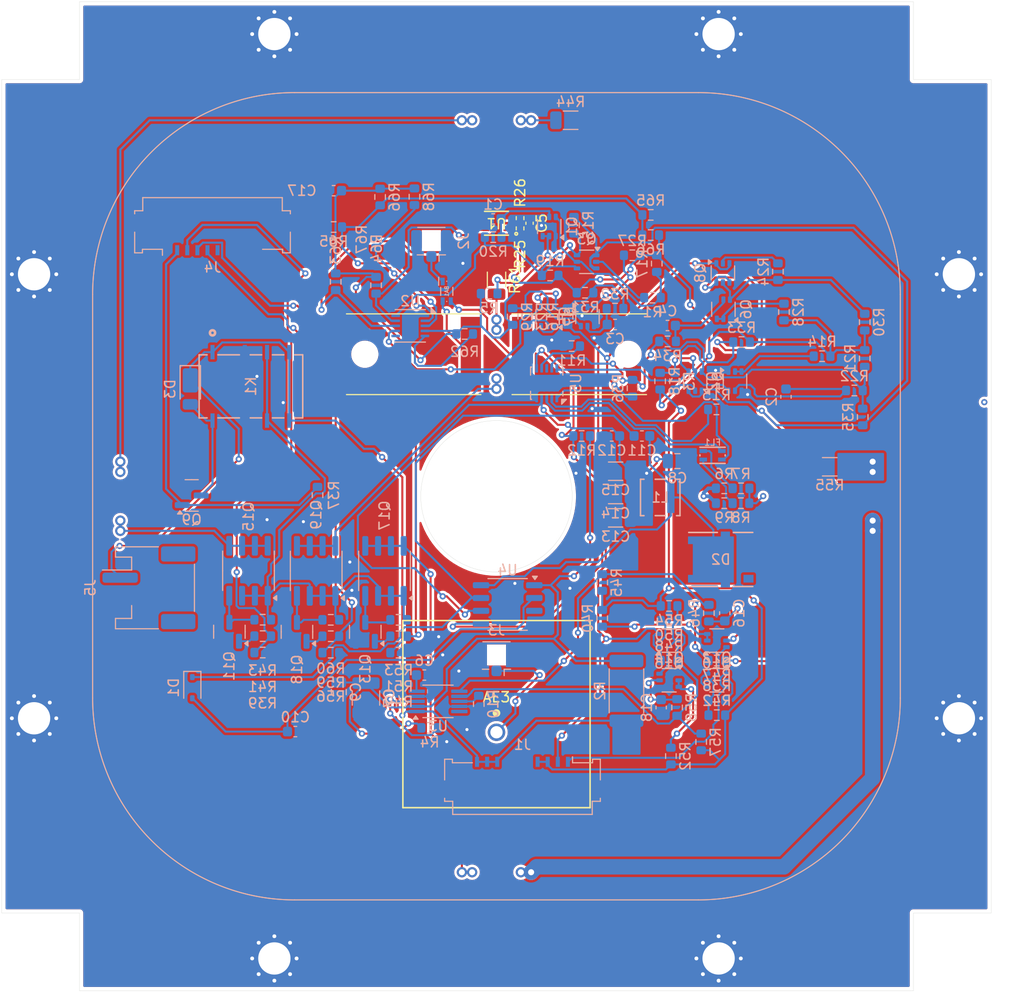
<source format=kicad_pcb>
(kicad_pcb (version 20240108) (generator "pcbnew") (generator_version "8.0")
  (layers (0 "F.Cu" signal) (1 "In1.Cu" signal) (2 "In2.Cu" signal) (31 "B.Cu" signal) (34 "B.Paste" user) (35 "F.Paste" user) (36 "B.SilkS" user "B.Silkscreen") (37 "F.SilkS" user "F.Silkscreen") (38 "B.Mask" user) (39 "F.Mask" user) (44 "Edge.Cuts" user))
  (net 0 "")
  (net 1 "Net-(AE1-Pad1)")
  (net 2 "Net-(AE2-Pad1)")
  (net 3 "Net-(AE3-A)")
  (net 4 "Net-(J2-In)")
  (net 5 "GND")
  (net 6 "Net-(Q1B-G1)")
  (net 7 "Net-(Q2B-G1)")
  (net 8 "Net-(Q5B-G1)")
  (net 9 "Net-(Q6B-G1)")
  (net 10 "3.3V")
  (net 11 "Net-(U3-TIMER)")
  (net 12 "VDRIVE")
  (net 13 "+5V")
  (net 14 "Net-(D1-A)")
  (net 15 "Net-(D2-K)")
  (net 16 "Net-(D1-K)")
  (net 17 "Net-(Q10B-G1)")
  (net 18 "Net-(Q14B-G1)")
  (net 19 "VBATT")
  (net 20 "Net-(D3-A)")
  (net 21 "COIL_P")
  (net 22 "Net-(U5-OUT2)")
  (net 23 "Net-(U5-OUT1)")
  (net 24 "COIL_N")
  (net 25 "SCL")
  (net 26 "SDA")
  (net 27 "BURN_EN1")
  (net 28 "BURN_EN3")
  (net 29 "BURN_EN2")
  (net 30 "BURN_RELAY_A")
  (net 31 "BURN_EN4")
  (net 32 "/Burn Wires/VBURN1")
  (net 33 "Net-(JP1-Pad2)")
  (net 34 "Net-(JP2-Pad2)")
  (net 35 "Net-(JP3-Pad2)")
  (net 36 "Net-(JP4-Pad2)")
  (net 37 "Net-(JP5-Pad2)")
  (net 38 "/Burn Wires/VBURN_A_IN")
  (net 39 "Net-(Q1A-G2)")
  (net 40 "Net-(Q1A-D1)")
  (net 41 "Net-(Q2A-D1)")
  (net 42 "Net-(Q2A-G2)")
  (net 43 "SCL_LS")
  (net 44 "Net-(Q3A-B1)")
  (net 45 "SCL_M")
  (net 46 "Net-(Q4A-B1)")
  (net 47 "Net-(Q5A-G2)")
  (net 48 "Net-(Q5A-D1)")
  (net 49 "Net-(Q6A-G2)")
  (net 50 "Net-(Q6A-D1)")
  (net 51 "Net-(Q7A-B1)")
  (net 52 "SDA_LS")
  (net 53 "Net-(Q8A-B1)")
  (net 54 "SDA_M")
  (net 55 "Net-(Q10A-G2)")
  (net 56 "Net-(Q10A-D1)")
  (net 57 "Net-(Q11-D)")
  (net 58 "Net-(Q11-G)")
  (net 59 "Net-(Q12A-B1)")
  (net 60 "SCL_CPWR")
  (net 61 "Net-(Q13-G)")
  (net 62 "Net-(Q13-D)")
  (net 63 "Net-(Q14A-G2)")
  (net 64 "Net-(Q14A-D1)")
  (net 65 "SDA_CPWR")
  (net 66 "Net-(Q16A-B1)")
  (net 67 "Net-(Q18-D)")
  (net 68 "Net-(Q18-G)")
  (net 69 "Net-(U3-ON)")
  (net 70 "/coil")
  (net 71 "Net-(U3-A0)")
  (net 72 "Net-(U5-A0)")
  (net 73 "M_FAULT")
  (net 74 "Net-(U5-ISENSE)")
  (net 75 "Net-(U1-ADDR)")
  (net 80 "/Burn Wires/VBURN2")
  (net 81 "/Burn Wires/VBURN3")
  (net 82 "Net-(U2-ENABLE)")
  (net 83 "/I2C Devices/SDAOUT")
  (net 84 "/I2C Devices/SCLOUT")
  (net 86 "Net-(U2-XORH)")
  (net 87 "Net-(U2-XORL)")
  (footprint "SolarPanels:MountingHole_3.2mm_M3_DIN965_Pad_TopBottom" (layer "F.Cu") (at 102.1262 76.8822 90)
    (property "Reference" "H2" (hide yes))
    (property "Value" "MountingHole_Pad")
  )
  (footprint "SolarPanels:Antenna Mount" (layer "F.Cu") (at 145.3858 84.8072 180)
    (property "Reference" "AE2" (hide yes))
    (property "Value" "MountingHole_Pad")
  )
  (footprint "SolarPanels:ANT_CGGBP.18.4.A.02_TAL" (layer "F.Cu") (at 147.9258 120.363799)
    (property "Reference" "AE3")
    (property "Value" "GPS Antenna")
  )
  (footprint "Resistor_SMD:R_0402_1005Metric" (layer "F.Cu") (at 150.2626 71.3198 -90)
    (property "Reference" "R26")
    (property "Value" "0R")
  )
  (footprint "SolarPanels:Burn-Wire" (layer "F.Cu") (at 147.9258 84.8072 180)
    (property "Reference" "JP3" (hide yes))
    (property "Value" "BurnWire")
  )
  (footprint "Capacitor_SMD:C_0402_1005Metric" (layer "F.Cu") (at 151.2024 71.8278 90)
    (property "Reference" "C5")
    (property "Value" "0.1uF")
  )
  (footprint "SolarPanels:Burn-Wire" (layer "F.Cu") (at 147.9258 61.62462 90)
    (property "Reference" "JP4" (hide yes))
    (property "Value" "BurnWire")
  )
  (footprint "SolarPanels:MountingHole_3.2mm_M3_DIN965_Pad_TopBottom" (layer "F.Cu") (at 125.9262 144.6822 90)
    (property "Reference" "H8" (hide yes))
    (property "Value" "MountingHole_Pad")
  )
  (footprint "SolarPanels:MountingHole_3.2mm_M3_DIN965_Pad_TopBottom" (layer "F.Cu") (at 193.7262 76.8822 90)
    (property "Reference" "H5" (hide yes))
    (property "Value" "MountingHole_Pad")
  )
  (footprint "SolarPanels:MountingHole_3.2mm_M3_DIN965_Pad_TopBottom" (layer "F.Cu") (at 169.9262 144.6822 90)
    (property "Reference" "H7" (hide yes))
    (property "Value" "MountingHole_Pad")
  )
  (footprint "SolarPanels:Antenna Mount" (layer "F.Cu") (at 150.465799 84.8072)
    (property "Reference" "AE1" (hide yes))
    (property "Value" "MountingHole_Pad")
  )
  (footprint "Resistor_SMD:R_1206_3216Metric" (layer "F.Cu") (at 147.9296 77.3938 -90)
    (property "Reference" "R61")
    (property "Value" "1R")
  )
  (footprint "SolarPanels:MountingHole_3.2mm_M3_DIN965_Pad_TopBottom" (layer "F.Cu") (at 169.9262 53.0822 90)
    (property "Reference" "H4" (hide yes))
    (property "Value" "MountingHole_Pad")
  )
  (footprint "SolarPanels:MountingHole_3.2mm_M3_DIN965_Pad_TopBottom" (layer "F.Cu") (at 125.9262 53.0822 90)
    (property "Reference" "H3" (hide yes))
    (property "Value" "MountingHole_Pad")
  )
  (footprint "Resistor_SMD:R_0402_1005Metric" (layer "F.Cu") (at 150.2626 72.3358 -90)
    (property "Reference" "R25")
    (property "Value" "0R")
  )
  (footprint "SolarPanels:Burn-Wire" (layer "F.Cu") (at 110.66908 98.88134 180)
    (property "Reference" "JP1" (hide yes))
    (property "Value" "BurnWire")
  )
  (footprint "SolarPanels:MountingHole_3.2mm_M3_DIN965_Pad_TopBottom" (layer "F.Cu") (at 102.1262 120.8822 90)
    (property "Reference" "H1" (hide yes))
    (property "Value" "MountingHole_Pad")
  )
  (footprint "SolarPanels:MountingHole_3.2mm_M3_DIN965_Pad_TopBottom" (layer "F.Cu") (at 193.7262 120.8822 90)
    (property "Reference" "H6" (hide yes))
    (property "Value" "MountingHole_Pad")
  )
  (footprint "SolarPanels:OPT4003" (layer "F.Cu") (at 147.9258 71.8278 180)
    (property "Reference" "U1")
    (property "Value" "OPT4003DNPRQ1")
  )
  (footprint "Resistor_SMD:R_0603_1608Metric" (layer "B.Cu") (at 153.241601 77 180)
    (property "Reference" "R19")
    (property "Value" "10K")
  )
  (footprint "Resistor_SMD:R_0603_1608Metric" (layer "B.Cu") (at 180.175 85 180)
    (property "Reference" "R14")
    (property "Value" "100K")
  )
  (footprint "Resistor_SMD:R_0603_1608Metric" (layer "B.Cu") (at 169.7494 120.5726 180)
    (property "Reference" "R42")
    (property "Value" "10K")
  )
  (footprint "Resistor_SMD:R_0603_1608Metric" (layer "B.Cu") (at 170.4848 99.568)
    (property "Reference" "R9")
    (property "Value" "0R")
  )
  (footprint "Connector_Coaxial:U.FL_Hirose_U.FL-R-SMT-1_Vertical" (layer "B.Cu") (at 147.9258 115.1378 90)
    (property "Reference" "J3")
    (property "Value" "Conn_Coaxial")
  )
  (footprint "Package_TO_SOT_SMD:SOT-363_SC-70-6" (layer "B.Cu") (at 153.15 72.15 90)
    (property "Reference" "Q1")
    (property "Value" "NX3008NBKS")
  )
  (footprint "Connector_Coaxial:U.FL_Hirose_U.FL-R-SMT-1_Vertical" (layer "B.Cu") (at 141.475 74.075 90)
    (property "Reference" "J2")
    (property "Value" "Conn_Coaxial")
  )
  (footprint "Capacitor_SMD:C_0603_1608Metric" (layer "B.Cu") (at 164.237601 119.8106 -90)
    (property "Reference" "C18")
    (property "Value" "10nF")
  )
  (footprint "Resistor_SMD:R_0603_1608Metric" (layer "B.Cu") (at 183.375 88.4 180)
    (property "Reference" "R22")
    (property "Value" "200K")
  )
  (footprint "Resistor_SMD:R_0603_1608Metric" (layer "B.Cu") (at 131.8 72.2)
    (property "Reference" "R65")
    (property "Value" "?")
  )
  (footprint "Capacitor_SMD:C_0603_1608Metric" (layer "B.Cu") (at 170.536801 110.463401 90)
    (property "Reference" "C16")
    (property "Value" "10nF")
  )
  (footprint "Package_TO_SOT_SMD:SOT-363_SC-70-6" (layer "B.Cu") (at 170.4 80.349999 90)
    (property "Reference" "Q6")
    (property "Value" "NX3008NBKS")
  )
  (footprint "Resistor_SMD:R_0603_1608Metric" (layer "B.Cu") (at 184.4 81.625 90)
    (property "Reference" "R30")
    (property "Value" "10K")
  )
  (footprint "Package_TO_SOT_SMD:SOT-363_SC-70-6" (layer "B.Cu") (at 170.35 76.75 -90)
    (property "Reference" "Q8")
    (property "Value" "MBT2222ADW1T1")
  )
  (footprint "Resistor_SMD:R_0603_1608Metric" (layer "B.Cu") (at 158.4 107.425 90)
    (property "Reference" "R45")
    (property "Value" "10K")
  )
  (footprint "Diode_SMD:D_PowerDI-123" (layer "B.Cu") (at 117.6 88.25 -90)
    (property "Reference" "D3")
    (property "Value" "DFLS130L")
  )
  (footprint "Resistor_SMD:R_0603_1608Metric" (layer "B.Cu") (at 136.4 69.225 90)
    (property "Reference" "R66")
    (property "Value" "?")
  )
  (footprint "Resistor_SMD:R_1206_3216Metric" (layer "B.Cu") (at 180.9349 95.9612)
    (property "Reference" "R55")
    (property "Value" "1R")
  )
  (footprint "Package_SO:SOIC-8_3.9x4.9mm_P1.27mm" (layer "B.Cu") (at 130.0674 106.275 90)
    (property "Reference" "Q19")
    (property "Value" "IRF7404")
  )
  (footprint "Resistor_SMD:R_0603_1608Metric" (layer "B.Cu") (at 184.2 91.025 -90)
    (property "Reference" "R35")
    (property "Value" "DNI (0R)")
  )
  (footprint "Resistor_SMD:R_0603_1608Metric" (layer "B.Cu") (at 147.2 78.8)
    (property "Reference" "R5")
    (property "Value" "100K")
  )
  (footprint "Resistor_SMD:R_0603_1608Metric" (layer "B.Cu") (at 169.7494 119.0994 180)
    (property "Reference" "R38")
    (property "Value" "680R")
  )
  (footprint "Resistor_SMD:R_0603_1608Metric" (layer "B.Cu") (at 165.025 109.7522)
    (property "Reference" "R54")
    (property "Value" "10K")
  )
  (footprint "Resistor_SMD:R_0603_1608Metric" (layer "B.Cu") (at 155.6 72.025 90)
    (property "Reference" "R15")
    (property "Value" "DNI (0R)")
  )
  (footprint "Resistor_SMD:R_0603_1608Metric" (layer "B.Cu") (at 172.2 83.6 180)
    (property "Reference" "R33")
    (property "Value" "10K")
  )
  (footprint "Package_TO_SOT_SMD:SOT-363_SC-70-6" (layer "B.Cu") (at 156.9367 81.0744 -90)
    (property "Reference" "Q5")
    (property "Value" "NX3008NBKS")
  )
  (footprint "Resistor_SMD:R_0603_1608Metric" (layer "B.Cu") (at 168.961999 110.4634 -90)
    (property "Reference" "R46")
    (property "Value" "200K")
  )
  (footprint "SolarPanels:ATB2012" (layer "B.Cu") (at 143 78.575 -90)
    (property "Reference" "BA1")
    (property "Value" "ATB2012-50011-T000")
  )
  (footprint "Resistor_SMD:R_0603_1608Metric" (layer "B.Cu") (at 131.515199 112.752)
    (property "Reference" "R59")
    (property "Value" "4.7K")
  )
  (footprint "Resistor_SMD:R_0603_1608Metric" (layer "B.Cu") (at 138.232002 111.1264)
    (property "Reference" "R53")
    (property "Value" "100K")
  )
  (footprint "Resistor_SMD:R_0603_1608Metric" (layer "B.Cu") (at 176.4 80.625 90)
    (property "Reference" "R28")
    (property "Value" "100K")
  )
  (footprint "Resistor_SMD:R_0603_1608Metric" (layer "B.Cu") (at 163.375 79.2)
    (property "Reference" "R1")
    (property "Value" "680R")
  )
  (footprint "Resistor_SMD:R_0603_1608Metric" (layer "B.Cu") (at 164.8698 83.5374)
    (property "Reference" "R34")
    (property "Value" "200K")
  )
  (footprint "Capacitor_SMD:C_0603_1608Metric" (layer "B.Cu") (at 176.6 89.025 -90)
    (property "Reference" "C2")
    (property "Value" "10nF")
  )
  (footprint "Package_SON:VSON-10-1EP_3x3mm_P0.5mm_EP1.65x2.4mm" (layer "B.Cu") (at 152.9 87.675 90)
    (property "Reference" "U5")
    (property "Value" "DRV8830DRC")
  )
  (footprint "Resistor_SMD:R_0603_1608Metric" (layer "B.Cu") (at 161.4 88.175 -90)
    (property "Reference" "R36")
    (property "Value" "DNI (0R)")
  )
  (footprint "Resistor_SMD:R_0603_1608Metric" (layer "B.Cu") (at 124.770999 111.1152)
    (property "Reference" "R43")
    (property "Value" "100K")
  )
  (footprint "Diode_SMD:D_SOD-323" (layer "B.Cu") (at 117.8 117.85 -90)
    (property "Reference" "D1")
    (property "Value" "BAS16HT1G")
  )
  (footprint "Package_SO:SOIC-8_3.9x4.9mm_P1.27mm" (layer "B.Cu") (at 123.3618 106.2638 90)
    (property "Reference" "Q15")
    (property "Value" "IRF7404")
  )
  (footprint "Resistor_SMD:R_2512_6332Metric" (layer "B.Cu") (at 160.8 118.1625 -90)
    (property "Reference" "R2")
    (property "Value" "?R")
  )
  (footprint "Resistor_SMD:R_0603_1608Metric" (layer "B.Cu") (at 165.812399 119.8106 90)
    (property "Reference" "R58")
    (property "Value" "200K")
  )
  (footprint "Resistor_SMD:R_0603_1608Metric" (layer "B.Cu") (at 168.2 123.225 90)
    (property "Reference" "R57")
    (property "Value" "10K")
  )
  (footprint "Resistor_SMD:R_0603_1608Metric" (layer "B.Cu") (at 138.231999 112.752001)
    (property "Reference" "R51")
    (property "Value" "4.7K")
  )
  (footprint "Resistor_SMD:R_0603_1608Metric" (layer "B.Cu") (at 158.4 110.975 -90)
    (property "Reference" "R40")
    (property "Value" "100K")
  )
  (footprint "Package_TO_SOT_SMD:SOT-23" (layer "B.Cu") (at 117.737501 98.8)
    (property "Reference" "Q9")
    (property "Value" "MMBT2222AT")
  )
  (footprint "Resistor_SMD:R_0603_1608Metric" (layer "B.Cu") (at 149.5332 81.0744 90)
    (property "Reference" "R29")
    (property "Value" "10K")
  )
  (footprint "SolarPanels:RELAY8_SMTGUL_TEC" (layer "B.Cu") (at 123.603801 87.9909 -90)
    (property "Reference" "K1")
    (property "Value" "IM02DGR")
  )
  (footprint "Resistor_SMD:R_0603_1608Metric" (layer "B.Cu") (at 172.1358 99.568)
    (property "Reference" "R8")
    (property "Value" "0R")
  )
  (footprint "Resistor_SMD:R_0603_1608Metric" (layer "B.Cu") (at 136 77.975 90)
    (property "Reference" "R64")
    (property "Value" "10K")
  )
  (footprint "Resistor_SMD:R_0603_1608Metric" (layer "B.Cu") (at 163.2 73)
    (property "Reference" "R66")
    (property "Value" "DNI (0R)")
  )
  (footprint "Capacitor_SMD:C_0603_1608Metric" (layer "B.Cu") (at 159.343999 92.9088)
    (property "Reference" "C12")
    (property "Value" "0.1uF")
  )
  (footprint "Package_TO_SOT_SMD:SOT-23" (layer "B.Cu") (at 128.1624 112.317901 90)
    (property "Reference" "Q18")
    (property "Value" "IRLML2803")
  )
  (footprint "Resistor_SMD:R_0603_1608Metric" (layer "B.Cu") (at 136 73.425 -90)
    (property "Reference" "R67")
    (property "Value" "102K")
  )
  (footprint "Package_TO_SOT_SMD:SOT-363_SC-70-6" (layer "B.Cu") (at 165.025 117.1182 180)
    (property "Reference" "Q14")
    (property "Value" "NX3008NBKS")
  )
  (footprint "Capacitor_SMD:C_0805_2012Metric" (layer "B.Cu") (at 165.850001 95.4)
    (property "Reference" "C8")
    (property "Value" "0.1uF")
  )
  (footprint "Resistor_SMD:R_0603_1608Metric" (layer "B.Cu") (at 155.375 84)
    (property "Reference" "R11")
    (property "Value" "0R")
  )
  (footprint "Package_TO_SOT_SMD:SOT-23" (layer "B.Cu") (at 134.93 112.3179 90)
    (property "Reference" "Q13")
    (property "Value" "IRLML2803")
  )
  (footprint "Resistor_SMD:R_0603_1608Metric" (layer "B.Cu") (at 165.2 124.625 90)
    (property "Reference" "R52")
    (property "Value" "100K")
  )
  (footprint "Resistor_SMD:R_0603_1608Metric" (layer "B.Cu") (at 132 77.625 90)
    (property "Reference" "R63")
    (property "Value" "10K")
  )
  (footprint "Package_TO_SOT_SMD:SOT-363_SC-70-6" (layer "B.Cu") (at 169.7494 113.1812)
    (property "Reference" "Q10")
    (property "Value" "NX3008NBKS")
  )
  (footprint "Resistor_SMD:R_0603_1608Metric" (layer "B.Cu") (at 184.4 85.225 -90)
    (property "Reference" "R21")
    (property "Value" "10K")
  )
  (footprint "Resistor_SMD:R_0603_1608Metric" (layer "B.Cu") (at 165.6064 87.474399 90)
    (property "Reference" "R3")
    (property "Value" "680R")
  )
  (footprint "Resistor_SMD:R_0603_1608Metric" (layer "B.Cu") (at 124.770999 114.366402)
    (property "Reference" "R39")
    (property "Value" "10K")
  )
  (footprint "Package_SO:SOIC-8-1EP_3.9x4.9mm_P1.27mm_EP2.514x3.2mm" (layer "B.Cu") (at 149.03 109.6 180)
    (property "Reference" "U4")
    (property "Value" "NCV891330PD50R2G")
  )
  (footprint "Resistor_SMD:R_0603_1608Metric" (layer "B.Cu") (at 146.1722 119.470201 90)
    (property "Reference" "R10")
    (property "Value" "0R")
  )
  (footprint "Resistor_SMD:R_0603_1608Metric" (layer "B.Cu") (at 139.8 69.2 90)
    (property "Reference" "R68")
    (property "Value" "976K")
  )
  (footprint "Capacitor_SMD:C_1206_3216Metric" (layer "B.Cu") (at 159.724999 101.022799)
    (property "Reference" "C13")
    (property "Value" "10uF")
  )
  (footprint "Resistor_SMD:R_0603_1608Metric" (layer "B.Cu") (at 147.6 73.2)
    (property "Reference" "R20")
    (property "Value" "200K")
  )
  (footprint "Resistor_SMD:R_0603_1608Metric" (layer "B.Cu") (at 154.968799 81.074399 -90)
    (property "Reference" "R16")
    (property "Value" "DNI (0R)")
  )
  (footprint "Resistor_SMD:R_0603_1608Metric" (layer "B.Cu") (at 156.359799 92.9088)
    (property "Reference" "R12")
    (property "Value" "10K")
  )
  (footprint "Capacitor_SMD:C_1210_3225Metric" (layer "B.Cu") (at 135 118.875001 90)
    (property "Reference" "C7")
    (property "Value" "4.7uF")
  )
  (footprint "SolarPanels:Burn-Wire" (layer "B.Cu") (at 147.92706 136.138921 -90)
    (property "Reference" "JP2" (hide yes))
    (property "Value" "BurnWire")
  )
  (footprint "Capacitor_SMD:C_1206_3216Metric" (layer "B.Cu") (at 159.724999 96.4)
    (property "Reference" "C15")
    (property "Value" "10uF")
  )
  (footprint "Capacitor_SMD:C_0603_1608Metric" (layer "B.Cu") (at 140.775 116.6 180)
    (property "Reference" "C6")
    (property "Value" "3.3nF")
  )
  (footprint "SolarPanels:NRVB440MFSWFT1G" (layer "B.Cu") (at 170.1375 105.1469 180)
    (property "Reference" "D2")
    (property "Value" "NRVB440MFS")
  )
  (footprint "Resistor_SMD:R_0603_1608Metric" (layer "B.Cu") (at 156.696 78.712201)
    (property "Reference" "R31")
    (property "Value" "10K")
  )
  (footprint "Capacitor_SMD:C_0603_1608Metric" (layer "B.Cu") (at 159.6678 81.8618)
    (property "Reference" "C3")
    (property "Value" "10nF")
  )
  (footprint "Resistor_SMD:R_0603_1608Metric" (layer "B.Cu") (at 138.232 114.377598)
    (property "Reference" "R49")
    (property "Value" "10K")
  )
  (footprint "Resistor_SMD:R_0603_1608Metric" (layer "B.Cu") (at 130.2 98.775 -90)
    (property "Reference" "R37")
    (property "Value" "10K")
  )
  (footprint "Resistor_SMD:R_0603_1608Metric" (layer "B.Cu") (at 164.133201 87.474399 90)
    (property "Reference" "R18")
    (property "Value" "10K")
  )
  (footprint "Package_TO_SOT_SMD:SOT-363_SC-70-6" (layer "B.Cu") (at 169.7494 117.1182 180)
    (property "Reference" "Q12")
    (property "Value" "MBT2222ADW1T1")
  )
  (footprint "Resistor_SMD:R_0603_1608Metric" (layer "B.Cu") (at 165.025 111.2)
    (property "Reference" "R50")
    (property "Value" "680R")
  )
  (footprint "Resistor_SMD:R_0603_1608Metric" (layer "B.Cu") (at 172.148 98.0948 180)
    (property "Reference" "R7")
    (property "Value" "0R")
  )
  (footprint "Resistor_SMD:R_0603_1608Metric" (layer "B.Cu") (at 161.375 75 180)
    (property "Reference" "R27")
    (property "Value" "100K")
  )
  (footprint "Resistor_SMD:R_0603_1608Metric" (layer "B.Cu") (at 169.711802 90.273801 180)
    (property "Reference" "R13")
    (property "Value" "0R")
  )
  (footprint "Package_TO_SOT_SMD:SOT-363_SC-70-6" (layer "B.Cu") (at 171.55 87.474399 -90)
    (property "Reference" "Q2")
    (property "Value" "NX3008NBKS")
  )
  (footprint "Capacitor_SMD:C_0603_1608Metric" (layer "B.Cu") (at 147.6 71.4 180)
    (property "Reference" "C1")
    (property "Value" "10nF")
  )
  (footprint "Resistor_SMD:R_0603_1608Metric" (layer "B.Cu") (at 163.8 75.825 -90)
    (property "Reference" "R17")
    (property "Value" "10K")
  )
  (footprint "Resistor_SMD:R_0603_1608Metric" (layer "B.Cu") (at 175.8 76.625 -90)
    (property "Reference" "R24")
    (property "Value" "680R")
  )
  (footprint "Resistor_SMD:R_0603_1608Metric" (layer "B.Cu") (at 131.5152 114.377601)
    (property "Reference" "R56")
    (property "Value" "10K")
  )
  (footprint "Capacitor_SMD:C_0603_1608Metric" (layer "B.Cu") (at 128 122.2 180)
    (property "Reference" "C10")
    (property "Value" "0.1uF")
  )
  (footprint "Resistor_SMD:R_0603_1608Metric" (layer "B.Cu") (at 151.006401 81.0744 90)
    (property "Reference" "R23")
    (property "Value" "680R")
  )
  (footprint "Resistor_SMD:R_0603_1608Metric" (layer "B.Cu") (at 169.7494 115.1624)
    (property "Reference" "R47")
    (property "Value" "DNI (0R)")
  )
  (footprint "Capacitor_SMD:C_0603_1608Metric" (layer "B.Cu") (at 162.328798 92.9088)
    (property "Reference" "C11")
    (property "Value" "0.1uF")
  )
  (footprint "SolarPanels:SRF2012" (layer "B.Cu") (at 169.325 94.825 180)
    (property "Reference" "FL1")
    (property "Value" "SRF2012")
  )
  (footprint "Resistor_SMD:R_0603_1608Metric" (layer "B.Cu") (at 141.3086 121.8324)
    (property "Reference" "R4")
    (property "Value" "1K")
  )
  (footprint "Resistor_SMD:R_0603_1608Metric" (layer "B.Cu") (at 165.025 115.1624 180)
    (property "Reference" "R48")
    (property "Value" "DNI (0R)")
  )
  (footprint "Resistor_SMD:R_0603_1608Metric" (layer "B.Cu") (at 144.775 82.8 180)
    (property "Reference" "R62")
    (property "Value" "10K")
  )
  (footprint "Resistor_SMD:R_0603_1608Metric" (layer "B.Cu") (at 163.2 71 180)
    (property "Reference" "R65")
    (property "Value" "0R")
  )
  (footprint "Capacitor_SMD:C_0603_1608Metric" (layer "B.Cu") (at 131.8 68.6 180)
    (property "Reference" "C17")
    (property "Value" "0.1uF")
  )
  (footprint "Resistor_SMD:R_0603_1608Metric" (layer "B.Cu") (at 170.4848 98.0948 180)
    (property "Reference" "R6")
    (property "Value" "0R")
  )
  (footprint "Package_TO_SOT_SMD:SOT-363_SC-70-6" (layer "B.Cu") (at 165.025 113.1812)
    (property "Reference" "Q16")
    (property "Value" "MBT2222ADW1T1")
  )
  (footprint "SolarPanels:XGL3520" (layer "B.Cu") (at 164.1459 99 180)
    (property "Reference" "L1")
    (property "Value" "XGL3520-222")
  )
  (footprint "Package_SO:MSOP-10_3x3mm_P0.5mm" (layer "B.Cu") (at 142.1336 119.2068)
    (property "Reference" "U3")
    (property "Value" "ADM1176-1ARMZ-R7")
  )
  (footprint "Connector_FFC-FPC:Molex_200528-0100_1x10-1MP_P1.00mm_Horizontal" (layer "B.Cu") (at 150.5 126.11 180)
    (property "Reference" "J1")
    (property "Value" "200528-0100")
  )
  (footprint "Package_TO_SOT_SMD:SOT-23" (layer "B.Cu") (at 121.470899 112.306701 90)
    (property "Reference" "Q11")
    (property "Value" "IRLML2803")
  )
  (footprint "Capacitor_SMD:C_0603_1608Metric" (layer "B.Cu") (at 164.8698 81.962599 180)
    (property "Reference" "C4")
    (property "Value" "10nF")
  )
  (footprint "SolarPanels:Burn-Wire" (layer "B.Cu") (at 185.18378 98.8822)
    (property "Reference" "JP5" (hide yes))
    (property "Value" "BurnWire")
  )
  (footprint "Package_SO:SOIC-8_3.9x4.9mm_P1.27mm" (layer "B.Cu") (at 136.835 106.275 90)
    (property "Reference" "Q17")
    (property "Value" "IRF7404")
  )
  (footprint "Capacitor_SMD:C_1206_3216Metric" (layer "B.Cu") (at 159.725 98.711401)
    (property "Reference" "C14")
    (property "Value" "10uF")
  )
  (footprint "Connector_FFC-FPC:Molex_200528-0100_1x10-1MP_P1.00mm_Horizontal" (layer "B.Cu") (at 119.8 73.59)
    (property "Reference" "J4")
    (property "Value" "200528-0100")
  )
  (footprint "Package_TO_SOT_SMD:SOT-363_SC-70-6" (layer "B.Cu") (at 152.9876 81.0744 90)
    (property "Reference" "Q7")
    (property "Value" "MBT2222ADW1T1")
  )
  (footprint "Capacitor_SMD:C_0805_2012Metric" (layer "B.Cu") (at 132.3076 118.283997 90)
    (property "Reference" "C9")
    (property "Value" "1uF")
  )
  (footprint "Connector_JST:JST_PH_S2B-PH-SM4-TB_1x02-1MP_P2.00mm_Horizontal" (layer "B.Cu") (at 113.5 107.95 -90)
    (property "Reference" "J5")
    (property "Value" "Conn_01x02")
  )
  (footprint "Resistor_SMD:R_1206_3216Metric" (layer "B.Cu") (at 155.2702 61.6204 180)
    (property "Reference" "R44")
    (property "Value" "1R")
  )
  (footprint "Resistor_SMD:R_0603_1608Metric" (layer "B.Cu") (at 124.771 112.7408)
    (property "Reference" "R41")
    (property "Value" "4.7K")
  )
  (footprint "Package_DFN_QFN:DFN-10-1EP_3x3mm_P0.5mm_EP1.65x2.38mm" (layer "B.Cu") (at 139.39 81.995 180)
    (property "Reference" "U2")
    (property "Value" "LTC4316xDD")
  )
  (footprint "Package_TO_SOT_SMD:SOT-363_SC-70-6" (layer "B.Cu") (at 167.600301 87.474399 90)
    (property "Reference" "Q4")
    (property "Value" "MBT2222ADW1T1")
  )
  (footprint "Resistor_SMD:R_0603_1608Metric" (layer "B.Cu") (at 159.6678 80.286999 180)
    (property "Reference" "R32")
    (property "Value" "200K")
  )
  (footprint "Package_TO_SOT_SMD:SOT-363_SC-70-6" (layer "B.Cu") (at 156.85 75.65 180)
    (property "Reference" "Q3")
    (property "Value" "MBT2222ADW1T1")
  )
  (footprint "Resistor_SMD:R_0603_1608Metric" (layer "B.Cu") (at 131.5152 111.1264)
    (property "Reference" "R60")
    (property "Value" "100K")
  )
  (gr_arc (start 187.922738 118.881799) (mid 182.064877 133.023948) (end 167.922739 138.881799) (stroke (width 0.1)) (layer "B.SilkS"))
  (gr_line (start 167.925799 58.878801) (end 127.9258 58.8788) (stroke (width 0.1)) (layer "B.SilkS"))
  (gr_arc (start 107.9258 78.8788) (mid 113.78365 64.73665) (end 127.9258 58.8788) (stroke (width 0.1)) (layer "B.SilkS"))
  (gr_arc (start 167.922739 58.8818) (mid 182.06487 64.73967) (end 187.922739 78.881801) (stroke (width 0.1)) (layer "B.SilkS"))
  (gr_line (start 187.925799 118.878799) (end 187.925799 78.878801) (stroke (width 0.1)) (layer "B.SilkS"))
  (gr_arc (start 187.925799 118.878799) (mid 182.067935 133.020935) (end 167.9258 138.878799) (stroke (width 0.1)) (layer "B.SilkS"))
  (gr_arc (start 167.925799 58.878801) (mid 182.067929 64.736671) (end 187.925799 78.878801) (stroke (width 0.1)) (layer "B.SilkS"))
  (gr_arc (start 107.922739 78.8818) (mid 113.780592 64.739652) (end 127.922739 58.8818) (stroke (width 0.1)) (layer "B.SilkS"))
  (gr_line (start 107.922739 78.8818) (end 107.922739 118.8818) (stroke (width 0.1)) (layer "B.SilkS"))
  (gr_line (start 167.922739 58.8818) (end 127.922739 58.8818) (stroke (width 0.1)) (layer "B.SilkS"))
  (gr_line (start 187.922738 118.881799) (end 187.922739 78.881801) (stroke (width 0.1)) (layer "B.SilkS"))
  (gr_line (start 127.9258 138.878801) (end 167.9258 138.878799) (stroke (width 0.1)) (layer "B.SilkS"))
  (gr_arc (start 127.922739 138.881799) (mid 113.780601 133.023935) (end 107.922739 118.8818) (stroke (width 0.1)) (layer "B.SilkS"))
  (gr_arc (start 127.9258 138.878801) (mid 113.783664 133.020936) (end 107.925799 118.8788) (stroke (width 0.1)) (layer "B.SilkS"))
  (gr_line (start 127.922739 138.881799) (end 167.922739 138.881799) (stroke (width 0.1)) (layer "B.SilkS"))
  (gr_line (start 107.9258 78.8788) (end 107.925799 118.8788) (stroke (width 0.1)) (layer "B.SilkS"))
  (gr_line (start 196.9262 140.1822) (end 189.2262 140.1822) (stroke (width 0.0254)) (layer "Edge.Cuts"))
  (gr_line (start 98.9262 57.5822) (end 106.6262 57.5822) (stroke (width 0.0254)) (layer "Edge.Cuts"))
  (gr_line (start 98.9262 140.1822) (end 98.9262 57.5822) (stroke (width 0.0254)) (layer "Edge.Cuts"))
  (gr_circle (center 147.9262 98.8822) (end 147.9262 91.3822) (stroke (width 0.0254)) (fill none) (layer "Edge.Cuts"))
  (gr_line (start 106.6262 140.1822) (end 106.6262 147.8822) (stroke (width 0.0254)) (layer "Edge.Cuts"))
  (gr_line (start 189.2262 140.1822) (end 189.2262 147.8822) (stroke (width 0.0254)) (layer "Edge.Cuts"))
  (gr_line (start 189.2262 147.8822) (end 106.6262 147.8822) (stroke (width 0.0254)) (layer "Edge.Cuts"))
  (gr_line (start 189.2262 57.5822) (end 189.2262 49.8822) (stroke (width 0.0254)) (layer "Edge.Cuts"))
  (gr_line (start 106.6262 57.5822) (end 106.6262 49.8822) (stroke (width 0.0254)) (layer "Edge.Cuts"))
  (gr_line (start 196.9262 57.5822) (end 189.2262 57.5822) (stroke (width 0.0254)) (layer "Edge.Cuts"))
  (gr_line (start 98.9262 140.1822) (end 106.6262 140.1822) (stroke (width 0.0254)) (layer "Edge.Cuts"))
  (gr_line (start 196.9262 57.5822) (end 196.9262 140.1822) (stroke (width 0.0254)) (layer "Edge.Cuts"))
  (gr_line (start 106.6262 49.8822) (end 189.2262 49.8822) (stroke (width 0.0254)) (layer "Edge.Cuts"))
  (segment (start 147 82.538847) (end 149.268353 84.8072) (width 0.2032) (layer "F.Cu") (net 1))
  (segment (start 149.268353 84.8072) (end 150.465799 84.8072) (width 0.2032) (layer "F.Cu") (net 1))
  (segment (start 146.17644 80.4) (end 147 81.22356) (width 0.2032) (layer "F.Cu") (net 1))
  (segment (start 147 81.22356) (end 147 82.538847) (width 0.2032) (layer "F.Cu") (net 1))
  (segment (start 144.2 80.4) (end 146.17644 80.4) (width 0.2032) (layer "F.Cu") (net 1))
  (via (at 144.2 80.4) (size 0.6096) (drill 0.3048) (layers "F.Cu" "B.Cu") (net 1))
  (segment (start 143.4 79.55) (end 143.4 79.6) (width 0.2032) (layer "B.Cu") (net 1))
  (segment (start 143.4 79.6) (end 144.2 80.4) (width 0.2032) (layer "B.Cu") (net 1))
  (segment (start 143 80.6) (end 143 82.4214) (width 0.2032) (layer "F.Cu") (net 2))
  (segment (start 143 82.4214) (end 145.3858 84.8072) (width 0.2032) (layer "F.Cu") (net 2))
  (via (at 143 80.6) (size 0.6096) (drill 0.3048) (layers "F.Cu" "B.Cu") (net 2))
  (segment (start 142.6 80.2) (end 143 80.6) (width 0.2032) (layer "B.Cu") (net 2))
  (segment (start 142.6 79.55) (end 142.6 80.2) (width 0.2032) (layer "B.Cu") (net 2))
  (segment (start 149.8 119) (end 152.2 116.6) (width 0.2032) (layer "F.Cu") (net 3))
  (segment (start 149.8 119.2) (end 149.8 119) (width 0.2032) (layer "F.Cu") (net 3))
  (via (at 152.2 116.6) (size 0.6096) (drill 0.3048) (layers "F.Cu" "B.Cu") (net 3))
  (via (at 149.8 119.2) (size 0.6096) (drill 0.3048) (layers "F.Cu" "B.Cu") (net 3))
  (segment (start 152.2 116.6) (end 152 116.6) (width 0.2032) (layer "B.Cu") (net 3))
  (segment (start 149.8 120.394598) (end 149.8 119.2) (width 0.2032) (layer "B.Cu") (net 3))
  (segment (start 147.9258 122.268798) (end 149.8 120.394598) (width 0.2032) (layer "B.Cu") (net 3))
  (segment (start 151.5878 116.1878) (end 147.9258 116.1878) (width 0.2032) (layer "B.Cu") (net 3))
  (segment (start 152 116.6) (end 151.5878 116.1878) (width 0.2032) (layer "B.Cu") (net 3))
  (segment (start 141.475 75.125) (end 141.475 76.475) (width 0.2032) (layer "B.Cu") (net 4))
  (segment (start 141.475 76.475) (end 142.6 77.6) (width 0.2032) (layer "B.Cu") (net 4))
  (segment (start 151.2024 71.3478) (end 151.683751 71.3478) (width 0.2032) (layer "F.Cu") (net 5))
  (segment (start 133.6 108.2) (end 133.6 105.6) (width 0.2032) (layer "F.Cu") (net 5))
  (segment (start 142.6 114.6) (end 142.6 113.2) (width 0.2032) (layer "F.Cu") (net 5))
  (segment (start 143.8 123.2) (end 145 122) (width 0.2032) (layer "F.Cu") (net 5))
  (segment (start 128.6 101.2) (end 128.8 101.4) (width 0.2032) (layer "F.Cu") (net 5))
  (segment (start 144.7313 75.9313) (end 144.6 75.8) (width 0.2032) (layer "F.Cu") (net 5))
  (segment (start 150.2626 70.809801) (end 150.664401 70.809801) (width 0.2032) (layer "F.Cu") (net 5))
  (segment (start 133.6 105.6) (end 133.4 105.4) (width 0.2032) (layer "F.Cu") (net 5))
  (segment (start 125.2 101.2) (end 128.6 101.2) (width 0.2032) (layer "F.Cu") (net 5))
  (segment (start 150.664401 70.809801) (end 151.2024 71.3478) (width 0.2032) (layer "F.Cu") (net 5))
  (segment (start 143 123.2) (end 143.8 123.2) (width 0.2032) (layer "F.Cu") (net 5))
  (segment (start 147.9296 75.9313) (end 144.7313 75.9313) (width 0.2032) (layer "F.Cu") (net 5))
  (segment (start 124.2 87) (end 126.8 89.6) (width 0.2032) (layer "F.Cu") (net 5))
  (segment (start 151.683751 71.3478) (end 152.383409 72.047458) (width 0.2032) (layer "F.Cu") (net 5))
  (segment (start 144.2 116.2) (end 142.6 114.6) (width 0.2032) (layer "F.Cu") (net 5))
  (segment (start 142.6 113.2) (end 142.2 112.8) (width 0.2032) (layer "F.Cu") (net 5))
  (via (at 172.8 88.8) (size 0.6096) (drill 0.3048) (layers "F.Cu" "B.Cu") (net 5))
  (via (at 133.4 105.4) (size 0.6096) (drill 0.3048) (layers "F.Cu" "B.Cu") (net 5))
  (via (at 143 123.2) (size 0.6096) (drill 0.3048) (layers "F.Cu" "B.Cu") (net 5))
  (via (at 156.4 81) (size 0.6096) (drill 0.3048) (layers "F.Cu" "B.Cu") (net 5))
  (via (at 155.2 108) (size 0.6096) (drill 0.3048) (layers "F.Cu" "B.Cu") (net 5))
  (via (at 153.4 83.4) (size 0.6096) (drill 0.3048) (layers "F.Cu" "B.Cu") (net 5))
  (via (at 145 122) (size 0.6096) (drill 0.3048) (layers "F.Cu" "B.Cu") (net 5))
  (via (at 128.8 101.4) (size 0.6096) (drill 0.3048) (layers "F.Cu" "B.Cu") (net 5))
  (via (at 149.747293 107.514634) (size 0.6096) (drill 0.3048) (layers "F.Cu" "B.Cu") (net 5))
  (via (at 144.2 116.2) (size 0.6096) (drill 0.3048) (layers "F.Cu" "B.Cu") (net 5))
  (via (at 142.2 112.8) (size 0.6096) (drill 0.3048) (layers "F.Cu" "B.Cu") (net 5))
  (via (at 169.627127 86.405086) (size 0.6096) (drill 0.3048) (layers "F.Cu" "B.Cu") (net 5))
  (via (at 157.4 90.2) (size 0.6096) (drill 0.3048) (layers "F.Cu" "B.Cu") (net 5))
  (via (at 142.6 114.6) (size 0.6096) (drill 0.3048) (layers "F.Cu" "B.Cu") (net 5))
  (via (at 152.383409 72.047458) (size 0.6096) (drill 0.3048) (layers "F.Cu" "B.Cu") (net 5))
  (via (at 125.2 101.2) (size 0.6096) (drill 0.3048) (layers "F.Cu" "B.Cu") (net 5))
  (via (at 155.8 96.6) (size 0.6096) (drill 0.3048) (layers "F.Cu" "B.Cu") (net 5))
  (via (at 144.6 75.8) (size 0.6096) (drill 0.3048) (layers "F.Cu" "B.Cu") (net 5))
  (via (at 126.8 89.6) (size 0.6096) (drill 0.3048) (layers "F.Cu" "B.Cu") (net 5))
  (via (at 157.6 83.2) (size 0.6096) (drill 0.3048) (layers "F.Cu" "B.Cu") (net 5))
  (via (at 133.6 108.2) (size 0.6096) (drill 0.3048) (layers "F.Cu" "B.Cu") (net 5))
  (via (at 124.2 87) (size 0.6096) (drill 0.3048) (layers "F.Cu" "B.Cu") (net 5))
  (segment (start 152.5 71.9) (end 152.4 72) (width 0.2032) (layer "B.Cu") (net 5))
  (segment (start 152.5 71.2) (end 152.5 71.9) (width 0.2032) (layer "B.Cu") (net 5))
  (segment (start 153.149458 70.62608) (end 153.15 70.626622) (width 0.2032) (layer "B.Cu") (net 6))
  (segment (start 153.15 70.626622) (end 153.15 71.200001) (width 0.2032) (layer "B.Cu") (net 6))
  (segment (start 149.14892 70.62608) (end 153.149458 70.62608) (width 0.2032) (layer "B.Cu") (net 6))
  (segment (start 148.375 71.4) (end 148.375 73.15) (width 0.2032) (layer "B.Cu") (net 6))
  (segment (start 148.375 71.4) (end 149.14892 70.62608) (width 0.2032) (layer "B.Cu") (net 6))
  (segment (start 148.375 73.15) (end 148.425 73.2) (width 0.2032) (layer "B.Cu") (net 6))
  (segment (start 182.4 88.25) (end 182.55 88.4) (width 0.2032) (layer "B.Cu") (net 7))
  (segment (start 181.964282 88.985718) (end 182.55 88.4) (width 0.2032) (layer "B.Cu") (net 7))
  (segment (start 173.081481 87.850479) (end 171.952702 87.850479) (width 0.2032) (layer "B.Cu") (net 7))
  (segment (start 171.55 88.253181) (end 171.55 88.424398) (width 0.2032) (layer "B.Cu") (net 7))
  (segment (start 173.4928 88.261798) (end 173.4928 88.736798) (width 0.2032) (layer "B.Cu") (net 7))
  (segment (start 171.952702 87.850479) (end 171.55 88.253181) (width 0.2032) (layer "B.Cu") (net 7))
  (segment (start 176.6 88.25) (end 182.4 88.25) (width 0.2032) (layer "B.Cu") (net 7))
  (segment (start 173.4928 88.261798) (end 173.081481 87.850479) (width 0.2032) (layer "B.Cu") (net 7))
  (segment (start 173.4928 88.736798) (end 173.74172 88.985718) (width 0.2032) (layer "B.Cu") (net 7))
  (segment (start 173.74172 88.985718) (end 181.964282 88.985718) (width 0.2032) (layer "B.Cu") (net 7))
  (segment (start 158.15628 82.59832) (end 157.185622 82.59832) (width 0.2032) (layer "B.Cu") (net 8))
  (segment (start 156.9367 82.349398) (end 156.9367 82.024399) (width 0.2032) (layer "B.Cu") (net 8))
  (segment (start 158.8428 80.286999) (end 158.8428 81.8118) (width 0.2032) (layer "B.Cu") (net 8))
  (segment (start 158.8928 81.8618) (end 158.15628 82.59832) (width 0.2032) (layer "B.Cu") (net 8))
  (segment (start 157.185622 82.59832) (end 156.9367 82.349398) (width 0.2032) (layer "B.Cu") (net 8))
  (segment (start 158.8428 81.8118) (end 158.8928 81.8618) (width 0.2032) (layer "B.Cu") (net 8))
  (segment (start 170.4 79.4) (end 170.4 79.724999) (width 0.2032) (layer "B.Cu") (net 9))
  (segment (start 165.6448 81.962599) (end 165.6448 83.4874) (width 0.2032) (layer "B.Cu") (net 9))
  (segment (start 168.1624 81.962599) (end 165.6448 81.962599) (width 0.2032) (layer "B.Cu") (net 9))
  (segment (start 170.4 79.724999) (end 168.1624 81.962599) (width 0.2032) (layer "B.Cu") (net 9))
  (segment (start 165.6448 83.4874) (end 165.6948 83.5374) (width 0.2032) (layer "B.Cu") (net 9))
  (segment (start 160.2 77.4) (end 161.2 76.4) (width 0.2032) (layer "F.Cu") (net 10))
  (segment (start 150.2626 72.845799) (end 150.664401 72.845799) (width 0.2032) (layer "F.Cu") (net 10))
  (segment (start 148.9545 72.477799) (end 149.8946 72.477799) (width 0.2032) (layer "F.Cu") (net 10))
  (segment (start 164.292089 89.707911) (end 169 85) (width 0.2032) (layer "F.Cu") (net 10))
  (segment (start 166.2 90.4) (end 165 91.6) (width 0.2032) (layer "F.Cu") (net 10))
  (segment (start 169 81.8) (end 167.1 79.9) (width 0.2032) (layer "F.Cu") (net 10))
  (segment (start 164.292089 89.865138) (end 164.292089 89.707911) (width 0.2032) (layer "F.Cu") (net 10))
  (segment (start 165 91.6) (end 165 108) (width 0.2032) (layer "F.Cu") (net 10))
  (segment (start 150.664401 72.845799) (end 151.2024 72.3078) (width 0.2032) (layer "F.Cu") (net 10))
  (segment (start 169 85) (end 169 81.8) (width 0.2032) (layer "F.Cu") (net 10))
  (segment (start 172.2 108) (end 165 108) (width 0.2032) (layer "F.Cu") (net 10))
  (segment (start 150.2626 76.587171) (end 150.2626 72.845799) (width 0.2032) (layer "F.Cu") (net 10))
  (segment (start 158.2 77.4) (end 160.2 77.4) (width 0.2032) (layer "F.Cu") (net 10))
  (segment (start 173.4 109.2) (end 172.2 108) (width 0.2032) (layer "F.Cu") (net 10))
  (segment (start 149.665516 77.184255) (end 150.2626 76.587171) (width 0.2032) (layer "F.Cu") (net 10))
  (segment (start 134 79) (end 140.4 85.4) (width 0.2032) (layer "F.Cu") (net 10))
  (segment (start 149.8946 72.477799) (end 150.2626 72.845799) (width 0.2032) (layer "F.Cu") (net 10))
  (segment (start 134 78.2) (end 134 79) (width 0.2032) (layer "F.Cu") (net 10))
  (via (at 161.2 76.4) (size 0.6096) (drill 0.3048) (layers "F.Cu" "B.Cu") (net 10))
  (via (at 134 78.2) (size 0.6096) (drill 0.3048) (layers "F.Cu" "B.Cu") (net 10))
  (via (at 158.2 77.4) (size 0.6096) (drill 0.3048) (layers "F.Cu" "B.Cu") (net 10))
  (via (at 166.2 90.4) (size 0.6096) (drill 0.3048) (layers "F.Cu" "B.Cu") (net 10))
  (via (at 140.4 85.4) (size 0.6096) (drill 0.3048) (layers "F.Cu" "B.Cu") (net 10))
  (via (at 165 108) (size 0.6096) (drill 0.3048) (layers "F.Cu" "B.Cu") (net 10))
  (via (at 164.292089 89.865138) (size 0.6096) (drill 0.3048) (layers "F.Cu" "B.Cu") (net 10))
  (via (at 167.1 79.9) (size 0.6096) (drill 0.3048) (layers "F.Cu" "B.Cu") (net 10))
  (via (at 173.4 109.2) (size 0.6096) (drill 0.3048) (layers "F.Cu" "B.Cu") (net 10))
  (via (at 169 85) (size 0.6096) (drill 0.3048) (layers "F.Cu" "B.Cu") (net 10))
  (via (at 149.665516 77.184255) (size 0.6096) (drill 0.3048) (layers "F.Cu" "B.Cu") (net 10))
  (segment (start 169.55 125.45) (end 165.2 125.45) (width 0.2032) (layer "B.Cu") (net 10))
  (segment (start 169 85) (end 169 83.616921) (width 0.2032) (layer "B.Cu") (net 10))
  (segment (start 132.575 68.6) (end 136.2 68.6) (width 0.2032) (layer "B.Cu") (net 10))
  (segment (start 143 82.8) (end 143.95 82.8) (width 0.2032) (layer "B.Cu") (net 10))
  (segment (start 153 125.2) (end 153 125.5) (width 0.2032) (layer "B.Cu") (net 10))
  (segment (start 170.4 120.747) (end 170.5744 120.5726) (width 0.2032) (layer "B.Cu") (net 10))
  (segment (start 146.47608 82.07608) (end 146.5 82.1) (width 0.2032) (layer "B.Cu") (net 10))
  (segment (start 135.05 77.15) (end 134 78.2) (width 0.2032) (layer "B.Cu") (net 10))
  (segment (start 139.775 68.4) (end 139.8 68.375) (width 0.2032) (layer "B.Cu") (net 10))
  (segment (start 132.575 68.6) (end 131.97608 69.19892) (width 0.2032) (layer "B.Cu") (net 10))
  (segment (start 164.133201 88.333201) (end 164.133201 88.299399) (width 0.2032) (layer "B.Cu") (net 10))
  (segment (start 165.2 125.45) (end 165.697 125.45) (width 0.2032) (layer "B.Cu") (net 10))
  (segment (start 184.4 84.4) (end 181.6 84.4) (width 0.2032) (layer "B.Cu") (net 10))
  (segment (start 153.342681 77.72392) (end 154.066601 77) (width 0.2032) (layer "B.Cu") (net 10))
  (segment (start 131.97608 76.77608) (end 132 76.8) (width 0.2032) (layer "B.Cu") (net 10))
  (segment (start 149.665516 78.768079) (end 149.665516 77.184255) (width 0.2032) (layer "B.Cu") (net 10))
  (segment (start 146.5 82.1) (end 147.55112 83.15112) (width 0.2032) (layer "B.Cu") (net 10))
  (segment (start 136.4 68.4) (end 139.775 68.4) (width 0.2032) (layer "B.Cu") (net 10))
  (segment (start 164.133201 88.299399) (end 164.133201 89.733201) (width 0.2032) (layer "B.Cu") (net 10))
  (segment (start 161.2 76) (end 162.2 75) (width 0.2032) (layer "B.Cu") (net 10))
  (segment (start 172.025 82.6) (end 173.025 83.6) (width 0.2032) (layer "B.Cu") (net 10))
  (segment (start 147.55112 83.15112) (end 148.28148 83.15112) (width 0.2032) (layer "B.Cu") (net 10))
  (segment (start 157.183201 77.4) (end 155.871 78.712201) (width 0.2032) (layer "B.Cu") (net 10))
  (segment (start 152 125.2) (end 153 125.2) (width 0.2032) (layer "B.Cu") (net 10))
  (segment (start 167.1 78.3) (end 163.8 75) (width 0.2032) (layer "B.Cu") (net 10))
  (segment (start 154.158799 77) (end 155.871 78.712201) (width 0.2032) (layer "B.Cu") (net 10))
  (segment (start 167.1 79.9) (end 167.1 78.3) (width 0.2032) (layer "B.Cu") (net 10))
  (segment (start 174.2 113.750142) (end 174.2 110) (width 0.2032) (layer "B.Cu") (net 10))
  (segment (start 148.80928 81.17548) (end 148.80928 79.624315) (width 0.2032) (layer "B.Cu") (net 10))
  (segment (start 170.5744 120.5726) (end 170.5744 124.4256) (width 0.2032) (layer "B.Cu") (net 10))
  (segment (start 158.2 77.4) (end 157.183201 77.4) (width 0.2032) (layer "B.Cu") (net 10))
  (segment (start 131.97608 69.19892) (end 131.97608 76.77608) (width 0.2032) (layer "B.Cu") (net 10))
  (segment (start 136 77.15) (end 135.05 77.15) (width 0.2032) (layer "B.Cu") (net 10))
  (segment (start 154.066601 77) (end 154.158799 77) (width 0.2032) (layer "B.Cu") (net 10))
  (segment (start 166.2 90.4) (end 164.133201 88.333201) (width 0.2032) (layer "B.Cu") (net 10))
  (segment (start 149.665516 77.184255) (end 150.205181 77.72392) (width 0.2032) (layer "B.Cu") (net 10))
  (segment (start 165 108) (end 164.2 108.8) (width 0.2032) (layer "B.Cu") (net 10))
  (segment (start 168.2 124.05) (end 169.05 124.05) (width 0.2032) (layer "B.Cu") (net 10))
  (segment (start 149.665516 77.184255) (end 149.665516 78.665516) (width 0.2032) (layer "B.Cu") (net 10))
  (segment (start 179.65 81.45) (end 181 82.8) (width 0.2032) (layer "B.Cu") (net 10))
  (segment (start 181.32392 84.67608) (end 181 85) (width 0.2032) (layer "B.Cu") (net 10))
  (segment (start 164.025 73) (end 164.025 74.775) (width 0.2032) (layer "B.Cu") (net 10))
  (segment (start 158.4 108.25) (end 158.4 110.15) (width 0.2032) (layer "B.Cu") (net 10))
  (segment (start 159.4 109.2) (end 162.4 109.2) (width 0.2032) (layer "B.Cu") (net 10))
  (segment (start 164.70108 125.94892) (end 165.2 125.45) (width 0.2032) (layer "B.Cu") (net 10))
  (segment (start 181 82.8) (end 181 85) (width 0.2032) (layer "B.Cu") (net 10))
  (segment (start 148.80928 79.624315) (end 149.665516 78.768079) (width 0.2032) (layer "B.Cu") (net 10))
  (segment (start 174.2 116.947) (end 174.2 113.750142) (width 0.2032) (layer "B.Cu") (net 10))
  (segment (start 143.95 82.8) (end 144.67392 82.07608) (width 0.2032) (layer "B.Cu") (net 10))
  (segment (start 153 125.5) (end 153.44892 125.94892) (width 0.2032) (layer "B.Cu") (net 10))
  (segment (start 170.5744 120.5726) (end 174.2 116.947) (width 0.2032) (layer "B.Cu") (net 10))
  (segment (start 164.2 108.8) (end 164.2 109.7522) (width 0.2032) (layer "B.Cu") (net 10))
  (segment (start 164.025 74.775) (end 163.8 75) (width 0.2032) (layer "B.Cu") (net 10))
  (segment (start 169 83.616921) (end 170.016921 82.6) (width 0.2032) (layer "B.Cu") (net 10))
  (segment (start 136.2 68.6) (end 136.4 68.4) (width 0.2032) (layer "B.Cu") (net 10))
  (segment (start 146.375 81.975) (end 146.5 82.1) (width 0.2032) (layer "B.Cu") (net 10))
  (segment (start 163.8 75) (end 162.2 75) (width 0.2032) (layer "B.Cu") (net 10))
  (segment (start 132 76.8) (end 135.65 76.8) (width 0.2032) (layer "B.Cu") (net 10))
  (segment (start 169.05 124.05) (end 170 125) (width 0.2032) (layer "B.Cu") (net 10))
  (segment (start 164.133201 89.733201) (end 164.2 89.8) (width 0.2032) (layer "B.Cu") (net 10))
  (segment (start 170.016921 82.6) (end 172.025 82.6) (width 0.2032) (layer "B.Cu") (net 10))
  (segment (start 184.4 82.45) (end 184.4 84.4) (width 0.2032) (layer "B.Cu") (net 10))
  (segment (start 150.205181 77.72392) (end 153.342681 77.72392) (width 0.2032) (layer "B.Cu") (net 10))
  (segment (start 181.6 84.4) (end 181 85) (width 0.2032) (layer "B.Cu") (net 10))
  (segment (start 148.28148 83.15112) (end 149.5332 81.8994) (width 0.2032) (layer "B.Cu") (net 10))
  (segment (start 144.67392 82.07608) (end 146.47608 82.07608) (width 0.2032) (layer "B.Cu") (net 10))
  (segment (start 143.95 82.8) (end 143.645 82.495) (width 0.2032) (layer "B.Cu") (net 10))
  (segment (start 162.2 75) (end 162.2 75.148611) (width 0.2032) (layer "B.Cu") (net 10))
  (segment (start 153.44892 125.94892) (end 164.70108 125.94892) (width 0.2032) (layer "B.Cu") (net 10))
  (segment (start 143.645 82.495) (end 140.84 82.495) (width 0.2032) (layer "B.Cu") (net 10))
  (segment (start 149.5332 81.8994) (end 148.80928 81.17548) (width 0.2032) (layer "B.Cu") (net 10))
  (segment (start 135.65 76.8) (end 136 77.15) (width 0.2032) (layer "B.Cu") (net 10))
  (segment (start 170.5744 124.4256) (end 170 125) (width 0.2032) (layer "B.Cu") (net 10))
  (segment (start 162.9522 109.7522) (end 164.2 109.7522) (width 0.2032) (layer "B.Cu") (net 10))
  (segment (start 140.4 85.4) (end 143 82.8) (width 0.2032) (layer "B.Cu") (net 10))
  (segment (start 146.375 78.8) (end 146.375 81.975) (width 0.2032) (layer "B.Cu") (net 10))
  (segment (start 174.2 110) (end 173.4 109.2) (width 0.2032) (layer "B.Cu") (net 10))
  (segment (start 179.6 83.6) (end 173.025 83.6) (width 0.2032) (layer "B.Cu") (net 10))
  (segment (start 170 125) (end 169.55 125.45) (width 0.2032) (layer "B.Cu") (net 10))
  (segment (start 158.45 110.15) (end 159.4 109.2) (width 0.2032) (layer "B.Cu") (net 10))
  (segment (start 181 85) (end 179.6 83.6) (width 0.2032) (layer "B.Cu") (net 10))
  (segment (start 158.4 110.15) (end 158.45 110.15) (width 0.2032) (layer "B.Cu") (net 10))
  (segment (start 161.2 76.4) (end 161.2 76) (width 0.2032) (layer "B.Cu") (net 10))
  (segment (start 162.4 109.2) (end 162.9522 109.7522) (width 0.2032) (layer "B.Cu") (net 10))
  (segment (start 176.4 81.45) (end 179.65 81.45) (width 0.2032) (layer "B.Cu") (net 10))
  (segment (start 140 116.6) (end 140 118.1857) (width 0.2032) (layer "B.Cu") (net 11))
  (segment (start 140 118.1857) (end 140.0211 118.2068) (width 0.2032) (layer "B.Cu") (net 11))
  (segment (start 134.6 122.4) (end 138.2 122.4) (width 0.2032) (layer "F.Cu") (net 12))
  (segment (start 138.2 122.4) (end 139.2 121.4) (width 0.2032) (layer "F.Cu") (net 12))
  (segment (start 155.6 106.8) (end 157.2 105.2) (width 0.2032) (layer "F.Cu") (net 12))
  (segment (start 157.2 105.2) (end 157.2 103) (width 0.2032) (layer "F.Cu") (net 12))
  (via (at 139.2 121.4) (size 0.6096) (drill 0.3048) (layers "F.Cu" "B.Cu") (net 12))
  (via (at 157.2 103) (size 0.6096) (drill 0.3048) (layers "F.Cu" "B.Cu") (net 12))
  (via (at 134.6 122.4) (size 0.6096) (drill 0.3048) (layers "F.Cu" "B.Cu") (net 12))
  (via (at 155.6 106.8) (size 0.6096) (drill 0.3048) (layers "F.Cu" "B.Cu") (net 12))
  (segment (start 154 108.4) (end 153.295 107.695) (width 0.2032) (layer "B.Cu") (net 12))
  (segment (start 146 113) (end 153.6 113) (width 0.2032) (layer "B.Cu") (net 12))
  (segment (start 154 112.6) (end 154 108.4) (width 0.2032) (layer "B.Cu") (net 12))
  (segment (start 139.093201 119.706799) (end 140.0211 119.706799) (width 0.2032) (layer "B.Cu") (net 12))
  (segment (start 143 118.162206) (end 143 116) (width 0.2032) (layer "B.Cu") (net 12))
  (segment (start 143 116) (end 146 113) (width 0.2032) (layer "B.Cu") (net 12))
  (segment (start 140.4836 121.8324) (end 140.356006 121.8324) (width 0.2032) (layer "B.Cu") (net 12))
  (segment (start 153.6 113) (end 154 112.6) (width 0.2032) (layer "B.Cu") (net 12))
  (segment (start 135 117.4) (end 133.40108 118.99892) (width 0.2032) (layer "B.Cu") (net 12))
  (segment (start 135 117.4) (end 137.4 119.8) (width 0.2032) (layer "B.Cu") (net 12))
  (segment (start 154.19 106.8) (end 155.6 106.8) (width 0.2032) (layer "B.Cu") (net 12))
  (segment (start 140.0512 121.4) (end 140.4836 121.8324) (width 0.2032) (layer "B.Cu") (net 12))
  (segment (start 135 117.4) (end 136.2 117.4) (width 0.2032) (layer "B.Cu") (net 12))
  (segment (start 133.40108 118.99892) (end 133.40108 121.20108) (width 0.2032) (layer "B.Cu") (net 12))
  (segment (start 157.184799 92.9088) (end 157.184799 102.984799) (width 0.2032) (layer "B.Cu") (net 12))
  (segment (start 153.6 113) (end 155.8 115.2) (width 0.2032) (layer "B.Cu") (net 12))
  (segment (start 138.323606 119.8) (end 137.4 119.8) (width 0.2032) (layer "B.Cu") (net 12))
  (segment (start 133.40108 121.20108) (end 134.6 122.4) (width 0.2032) (layer "B.Cu") (net 12))
  (segment (start 139 119.8) (end 138.323606 119.8) (width 0.2032) (layer "B.Cu") (net 12))
  (segment (start 153.295 107.695) (end 151.667501 107.695) (width 0.2032) (layer "B.Cu") (net 12))
  (segment (start 153.295 107.695) (end 154.19 106.8) (width 0.2032) (layer "B.Cu") (net 12))
  (segment (start 155.8 115.2) (end 160.8 115.2) (width 0.2032) (layer "B.Cu") (net 12))
  (segment (start 132.3076 117.333998) (end 134.933998 117.333998) (width 0.2032) (layer "B.Cu") (net 12))
  (segment (start 157.184799 102.984799) (end 157.2 103) (width 0.2032) (layer "B.Cu") (net 12))
  (segment (start 139.2 121.4) (end 140.0512 121.4) (width 0.2032) (layer "B.Cu") (net 12))
  (segment (start 140.0211 119.706799) (end 141.455407 119.706799) (width 0.2032) (layer "B.Cu") (net 12))
  (segment (start 141.455407 119.706799) (end 143 118.162206) (width 0.2032) (layer "B.Cu") (net 12))
  (segment (start 134.933998 117.333998) (end 135 117.4) (width 0.2032) (layer "B.Cu") (net 12))
  (segment (start 139.093201 119.706799) (end 139 119.8) (width 0.2032) (layer "B.Cu") (net 12))
  (segment (start 155 91.8) (end 154 91.8) (width 0.2032) (layer "F.Cu") (net 13))
  (segment (start 163.8 95.6) (end 163.8 95.2) (width 0.2032) (layer "F.Cu") (net 13))
  (segment (start 143 108.8) (end 142.6 108.8) (width 0.2032) (layer "F.Cu") (net 13))
  (segment (start 154 91.8) (end 152.6 90.4) (width 0.2032) (layer "F.Cu") (net 13))
  (segment (start 162.8 96.6) (end 163.8 95.6) (width 0.2032) (layer "F.Cu") (net 13))
  (segment (start 152.6 90.4) (end 152.6 90.344155) (width 0.2032) (layer "F.Cu") (net 13))
  (segment (start 144.8 110.6) (end 143 108.8) (width 0.2032) (layer "F.Cu") (net 13))
  (via (at 162.8 96.6) (size 0.6096) (drill 0.3048) (layers "F.Cu" "B.Cu") (net 13))
  (via (at 152.6 90.344155) (size 0.6096) (drill 0.3048) (layers "F.Cu" "B.Cu") (net 13))
  (via (at 142.6 108.8) (size 0.6096) (drill 0.3048) (layers "F.Cu" "B.Cu") (net 13))
  (via (at 163.8 95.2) (size 0.6096) (drill 0.3048) (layers "F.Cu" "B.Cu") (net 13))
  (via (at 144.8 110.6) (size 0.6096) (drill 0.3048) (layers "F.Cu" "B.Cu") (net 13))
  (via (at 155 91.8) (size 0.6096) (drill 0.3048) (layers "F.Cu" "B.Cu") (net 13))
  (segment (start 160.118999 92.9088) (end 159.363919 92.15372) (width 0.2032) (layer "B.Cu") (net 13))
  (segment (start 155.35372 92.15372) (end 155 91.8) (width 0.2032) (layer "B.Cu") (net 13))
  (segment (start 145.165 110.235) (end 144.8 110.6) (width 0.2032) (layer "B.Cu") (net 13))
  (segment (start 152.4 90.144155) (end 152.4 89.15) (width 0.2032) (layer "B.Cu") (net 13))
  (segment (start 159.363919 92.15372) (end 155.35372 92.15372) (width 0.2032) (layer "B.Cu") (net 13))
  (segment (start 152.4 89.575) (end 152.4 89.15) (width 0.2032) (layer "B.Cu") (net 13))
  (segment (start 160.118999 92.9088) (end 160.118999 95.318999) (width 0.2032) (layer "B.Cu") (net 13))
  (segment (start 145.197669 89.823921) (end 152.151079 89.823921) (width 0.2032) (layer "B.Cu") (net 13))
  (segment (start 164.700002 95.2) (end 164.900002 95.4) (width 0.2032) (layer "B.Cu") (net 13))
  (segment (start 152.6 90.344155) (end 152.4 90.144155) (width 0.2032) (layer "B.Cu") (net 13))
  (segment (start 139.8 106) (end 136.6 106) (width 0.2032) (layer "B.Cu") (net 13))
  (segment (start 152.151079 89.823921) (end 152.4 89.575) (width 0.2032) (layer "B.Cu") (net 13))
  (segment (start 142.6 108.8) (end 139.8 106) (width 0.2032) (layer "B.Cu") (net 13))
  (segment (start 134.2 104.613314) (end 134.2 100.82159) (width 0.2032) (layer "B.Cu") (net 13))
  (segment (start 146.3925 110.235) (end 145.165 110.235) (width 0.2032) (layer "B.Cu") (net 13))
  (segment (start 136.6 106) (end 135.586686 106) (width 0.2032) (layer "B.Cu") (net 13))
  (segment (start 160.118999 95.318999) (end 161.2 96.4) (width 0.2032) (layer "B.Cu") (net 13))
  (segment (start 134.2 100.82159) (end 145.197669 89.823921) (width 0.2032) (layer "B.Cu") (net 13))
  (segment (start 163.8 95.2) (end 164.700002 95.2) (width 0.2032) (layer "B.Cu") (net 13))
  (segment (start 135.586686 106) (end 134.2 104.613314) (width 0.2032) (layer "B.Cu") (net 13))
  (segment (start 150.60608 111.39392) (end 150.60608 109.915606) (width 0.2032) (layer "B.Cu") (net 14))
  (segment (start 141.298482 115.101518) (end 144.34608 112.05392) (width 0.2032) (layer "B.Cu") (net 14))
  (segment (start 133.102574 115.101518) (end 141.298482 115.101518) (width 0.2032) (layer "B.Cu") (net 14))
  (segment (start 150.60608 109.915606) (end 151.556686 108.965) (width 0.2032) (layer "B.Cu") (net 14))
  (segment (start 121.1 122.2) (end 117.8 118.9) (width 0.2032) (layer "B.Cu") (net 14))
  (segment (start 144.34608 112.05392) (end 149.94608 112.05392) (width 0.2032) (layer "B.Cu") (net 14))
  (segment (start 149.94608 112.05392) (end 150.60608 111.39392) (width 0.2032) (layer "B.Cu") (net 14))
  (segment (start 151.556686 108.965) (end 151.6675 108.965) (width 0.2032) (layer "B.Cu") (net 14))
  (segment (start 127.225 122.2) (end 121.1 122.2) (width 0.2032) (layer "B.Cu") (net 14))
  (segment (start 127.225 120.979092) (end 133.102574 115.101518) (width 0.2032) (layer "B.Cu") (net 14))
  (segment (start 127.225 122.2) (end 127.225 120.979092) (width 0.2032) (layer "B.Cu") (net 14))
  (segment (start 151.543102 106) (end 154.216921 106) (width 0.2032) (layer "B.Cu") (net 15))
  (segment (start 146.392499 107.695) (end 147.705 107.695) (width 0.2032) (layer "B.Cu") (net 15))
  (segment (start 165.2 100.8) (end 165.2 99) (width 0.2032) (layer "B.Cu") (net 15))
  (segment (start 169.401713 102.201713) (end 166.2 99) (width 0.2032) (layer "B.Cu") (net 15))
  (segment (start 154.816921 105.4) (end 157.971719 105.4) (width 0.2032) (layer "B.Cu") (net 15))
  (segment (start 154.216921 106) (end 154.816921 105.4) (width 0.2032) (layer "B.Cu") (net 15))
  (segment (start 161.2 102.171719) (end 163.828281 102.171719) (width 0.2032) (layer "B.Cu") (net 15))
  (segment (start 150.72346 106.819642) (end 151.543102 106) (width 0.2032) (layer "B.Cu") (net 15))
  (segment (start 148.563047 106.836953) (end 148.799566 106.819642) (width 0.2032) (layer "B.Cu") (net 15))
  (segment (start 165.2 97.8189) (end 163.103798 95.722698) (width 0.2032) (layer "B.Cu") (net 15))
  (segment (start 148.799566 106.819642) (end 150.72346 106.819642) (width 0.2032) (layer "B.Cu") (net 15))
  (segment (start 157.971719 105.4) (end 161.2 102.171719) (width 0.2032) (layer "B.Cu") (net 15))
  (segment (start 169.401713 105.1469) (end 169.401713 102.201713) (width 0.2032) (layer "B.Cu") (net 15))
  (segment (start 165.2 99) (end 165.2 97.8189) (width 0.2032) (layer "B.Cu") (net 15))
  (segment (start 166.2 99) (end 165.2 99) (width 0.2032) (layer "B.Cu") (net 15))
  (segment (start 147.705 107.695) (end 148.563047 106.836953) (width 0.2032) (layer "B.Cu") (net 15))
  (segment (start 163.828281 102.171719) (end 165.2 100.8) (width 0.2032) (layer "B.Cu") (net 15))
  (segment (start 163.103798 95.722698) (end 163.103798 92.9088) (width 0.2032) (layer "B.Cu") (net 15))
  (segment (start 131.94871 113.653681) (end 131.69128 113.911111) (width 0.2032) (layer "B.Cu") (net 16))
  (segment (start 138.408079 112.866331) (end 137.798489 113.475921) (width 0.2032) (layer "B.Cu") (net 16))
  (segment (start 131.69128 114.844091) (end 129.735371 116.8) (width 0.2032) (layer "B.Cu") (net 16))
  (segment (start 137.798489 113.475921) (end 137.178789 113.475921) (width 0.2032) (layer "B.Cu") (net 16))
  (segment (start 146.3925 108.965) (end 145.435 108.965) (width 0.2032) (layer "B.Cu") (net 16))
  (segment (start 132.73169 113.653681) (end 131.94871 113.653681) (width 0.2032) (layer "B.Cu") (net 16))
  (segment (start 138.408079 112.285511) (end 138.408079 112.866331) (width 0.2032) (layer "B.Cu") (net 16))
  (segment (start 138.84327 111.85032) (end 138.408079 112.285511) (width 0.2032) (layer "B.Cu") (net 16))
  (segment (start 144.619425 90.897875) (end 159.542873 90.897875) (width 0.2032) (layer "B.Cu") (net 16))
  (segment (start 137.178789 113.475921) (end 136.41289 114.24182) (width 0.2032) (layer "B.Cu") (net 16))
  (segment (start 136.41289 114.24182) (end 133.319829 114.24182) (width 0.2032) (layer "B.Cu") (net 16))
  (segment (start 133.319829 114.24182) (end 132.73169 113.653681) (width 0.2032) (layer "B.Cu") (net 16))
  (segment (start 146.3925 108.965) (end 145.580001 108.965) (width 0.2032) (layer "B.Cu") (net 16))
  (segment (start 142.54968 111.85032) (end 138.84327 111.85032) (width 0.2032) (layer "B.Cu") (net 16))
  (segment (start 159.542873 90.897875) (end 161.553798 92.9088) (width 0.2032) (layer "B.Cu") (net 16))
  (segment (start 129.735371 116.8) (end 117.8 116.8) (width 0.2032) (layer "B.Cu") (net 16))
  (segment (start 139.940855 103.325854) (end 139.940855 95.576445) (width 0.2032) (layer "B.Cu") (net 16))
  (segment (start 145.435 108.965) (end 142.54968 111.85032) (width 0.2032) (layer "B.Cu") (net 16))
  (segment (start 139.940855 95.576445) (end 144.619425 90.897875) (width 0.2032) (layer "B.Cu") (net 16))
  (segment (start 131.69128 113.911111) (end 131.69128 114.844091) (width 0.2032) (layer "B.Cu") (net 16))
  (segment (start 145.580001 108.965) (end 139.940855 103.325854) (width 0.2032) (layer "B.Cu") (net 16))
  (segment (start 171.4 113) (end 171.8 112.6) (width 0.2032) (layer "F.Cu") (net 17))
  (segment (start 171.8 112.6) (end 171.8 110) (width 0.2032) (layer "F.Cu") (net 17))
  (via (at 171.4 113) (size 0.6096) (drill 0.3048) (layers "F.Cu" "B.Cu") (net 17))
  (via (at 171.8 110) (size 0.6096) (drill 0.3048) (layers "F.Cu" "B.Cu") (net 17))
  (segment (start 170.536801 111.238401) (end 170.561599 111.238401) (width 0.2032) (layer "B.Cu") (net 17))
  (segment (start 170.486802 111.2884) (end 170.536801 111.238401) (width 0.2032) (layer "B.Cu") (net 17))
  (segment (start 170.699399 113.1812) (end 171.2188 113.1812) (width 0.2032) (layer "B.Cu") (net 17))
  (segment (start 170.561599 111.238401) (end 171.8 110) (width 0.2032) (layer "B.Cu") (net 17))
  (segment (start 171.2188 113.1812) (end 171.4 113) (width 0.2032) (layer "B.Cu") (net 17))
  (segment (start 168.961999 111.2884) (end 170.486802 111.2884) (width 0.2032) (layer "B.Cu") (net 17))
  (segment (start 163.2 117.6) (end 163 117.4) (width 0.2032) (layer "F.Cu") (net 18))
  (segment (start 163.2 119) (end 163.2 117.6) (width 0.2032) (layer "F.Cu") (net 18))
  (via (at 163.2 119) (size 0.6096) (drill 0.3048) (layers "F.Cu" "B.Cu") (net 18))
  (via (at 163 117.4) (size 0.6096) (drill 0.3048) (layers "F.Cu" "B.Cu") (net 18))
  (segment (start 165.762399 119.0356) (end 165.812399 118.9856) (width 0.2032) (layer "B.Cu") (net 18))
  (segment (start 164.237601 119.0356) (end 163.2356 119.0356) (width 0.2032) (layer "B.Cu") (net 18))
  (segment (start 164.237601 119.0356) (end 165.762399 119.0356) (width 0.2032) (layer "B.Cu") (net 18))
  (segment (start 163 117.4) (end 163.2818 117.1182) (width 0.2032) (layer "B.Cu") (net 18))
  (segment (start 163.2356 119.0356) (end 163.2 119) (width 0.2032) (layer "B.Cu") (net 18))
  (segment (start 163.2818 117.1182) (end 164.075001 117.1182) (width 0.2032) (layer "B.Cu") (net 18))
  (segment (start 113.8 103.8) (end 110.6 103.8) (width 0.2032) (layer "F.Cu") (net 19))
  (segment (start 138.6 120.6) (end 138.6 97) (width 0.2032) (layer "F.Cu") (net 19))
  (segment (start 138.6 97) (end 136.6 95) (width 0.2032) (layer "F.Cu") (net 19))
  (segment (start 122.4 95.2) (end 113.8 103.8) (width 0.2032) (layer "F.Cu") (net 19))
  (via (at 122.4 95.2) (size 0.6096) (drill 0.3048) (layers "F.Cu" "B.Cu") (net 19))
  (via (at 136.6 95) (size 0.6096) (drill 0.3048) (layers "F.Cu" "B.Cu") (net 19))
  (via (at 138.6 120.6) (size 0.6096) (drill 0.3048) (layers "F.Cu" "B.Cu") (net 19))
  (via (at 110.6 103.8) (size 0.6096) (drill 0.3048) (layers "F.Cu" "B.Cu") (net 19))
  (segment (start 140.0211 120.2068) (end 141.62341 120.2068) (width 0.2032) (layer "B.Cu") (net 19))
  (segment (start 147 125.2) (end 148 125.2) (width 0.2032) (layer "B.Cu") (net 19))
  (segment (start 138.9932 120.2068) (end 138.6 120.6) (width 0.2032) (layer "B.Cu") (net 19))
  (segment (start 131.999998 91.3818) (end 127.399999 91.3818) (width 0.2032) (layer "B.Cu") (net 19))
  (segment (start 148 125.2) (end 148 125.00216) (width 0.2032) (layer "B.Cu") (net 19))
  (segment (start 110.6 103.8) (end 110.4 103.8) (width 0.2032) (layer "B.Cu") (net 19))
  (segment (start 119 84.6) (end 119.800001 84.6) (width 0.2032) (layer "B.Cu") (net 19))
  (segment (start 117.6 87.4) (end 122.4 92.2) (width 0.2032) (layer "B.Cu") (net 19))
  (segment (start 109.8 106.1) (end 110.65 106.95) (width 0.2032) (layer "B.Cu") (net 19))
  (segment (start 140.0211 120.2068) (end 138.9932 120.2068) (width 0.2032) (layer "B.Cu") (net 19))
  (segment (start 136.6 95) (end 135.7818 94.1818) (width 0.2032) (layer "B.Cu") (net 19))
  (segment (start 141.62341 120.2068) (end 146 124.58339) (width 0.2032) (layer "B.Cu") (net 19))
  (segment (start 148 125.00216) (end 151.87716 121.125) (width 0.2032) (layer "B.Cu") (net 19))
  (segment (start 119 84.6) (end 117.6 86) (width 0.2032) (layer "B.Cu") (net 19))
  (segment (start 110.4 103.8) (end 109.8 104.4) (width 0.2032) (layer "B.Cu") (net 19))
  (segment (start 109.8 104.4) (end 109.8 106.1) (width 0.2032) (layer "B.Cu") (net 19))
  (segment (start 117.6 86) (end 117.6 87.4) (width 0.2032) (layer "B.Cu") (net 19))
  (segment (start 119.800001 84.6) (end 120.760121 83.63988) (width 0.2032) (layer "B.Cu") (net 19))
  (segment (start 126.439879 83.63988) (end 127.399999 84.6) (width 0.2032) (layer "B.Cu") (net 19))
  (segment (start 135.7818 94.1818) (end 134.799998 94.1818) (width 0.2032) (layer "B.Cu") (net 19))
  (segment (start 122.4 92.2) (end 122.4 95.2) (width 0.2032) (layer "B.Cu") (net 19))
  (segment (start 146 124.58339) (end 146 125.2) (width 0.2032) (layer "B.Cu") (net 19))
  (segment (start 120.760121 83.63988) (end 126.439879 83.63988) (width 0.2032) (layer "B.Cu") (net 19))
  (segment (start 134.799998 94.1818) (end 131.999998 91.3818) (width 0.2032) (layer "B.Cu") (net 19))
  (segment (start 151.87716 121.125) (end 160.8 121.125) (width 0.2032) (layer "B.Cu") (net 19))
  (segment (start 146 125.2) (end 147 125.2) (width 0.2032) (layer "B.Cu") (net 19))
  (segment (start 127.399999 91.3818) (end 127.399999 84.6) (width 0.2032) (layer "B.Cu") (net 19))
  (segment (start 119.2068 91.3818) (end 117.6 89.775) (width 0.2032) (layer "B.Cu") (net 20))
  (segment (start 119.800001 97.675001) (end 119.800001 91.3818) (width 0.2032) (layer "B.Cu") (net 20))
  (segment (start 118.675002 98.8) (end 119.800001 97.675001) (width 0.2032) (layer "B.Cu") (net 20))
  (segment (start 119.800001 91.3818) (end 119.2068 91.3818) (width 0.2032) (layer "B.Cu") (net 20))
  (segment (start 171.323 98.0948) (end 169.2 95.9718) (width 0.2032) (layer "B.Cu") (net 21))
  (segment (start 169.2 95.9718) (end 169.2 94.6) (width 0.2032) (layer "B.Cu") (net 21))
  (segment (start 169 94.4) (end 168.4 94.4) (width 0.2032) (layer "B.Cu") (net 21))
  (segment (start 169.2 94.6) (end 169 94.4) (width 0.2032) (layer "B.Cu") (net 21))
  (segment (start 153.9 89.15) (end 154.65 88.4) (width 0.2032) (layer "B.Cu") (net 22))
  (segment (start 170.87392 94.80108) (end 170.425 95.25) (width 0.2032) (layer "B.Cu") (net 22))
  (segment (start 154.65 88.4) (end 159.416921 88.4) (width 0.2032) (layer "B.Cu") (net 22))
  (segment (start 170.87392 93.95108) (end 170.87392 94.80108) (width 0.2032) (layer "B.Cu") (net 22))
  (segment (start 166.645193 91.4) (end 168.495312 89.549881) (width 0.2032) (layer "B.Cu") (net 22))
  (segment (start 168.495312 89.549881) (end 169.278292 89.549881) (width 0.2032) (layer "B.Cu") (net 22))
  (segment (start 170.425 95.25) (end 170.25 95.25) (width 0.2032) (layer "B.Cu") (net 22))
  (segment (start 169.74411 90.015699) (end 169.74411 92.82127) (width 0.2032) (layer "B.Cu") (net 22))
  (segment (start 159.416921 88.4) (end 162.416921 91.4) (width 0.2032) (layer "B.Cu") (net 22))
  (segment (start 169.278292 89.549881) (end 169.74411 90.015699) (width 0.2032) (layer "B.Cu") (net 22))
  (segment (start 162.416921 91.4) (end 166.645193 91.4) (width 0.2032) (layer "B.Cu") (net 22))
  (segment (start 169.74411 92.82127) (end 170.87392 93.95108) (width 0.2032) (layer "B.Cu") (net 22))
  (segment (start 153.724999 90.4) (end 152.9 89.575001) (width 0.2032) (layer "B.Cu") (net 23))
  (segment (start 170.25 94.4) (end 169.59892 93.74892) (width 0.2032) (layer "B.Cu") (net 23))
  (segment (start 159.04628 89.64628) (end 157.170641 89.64628) (width 0.2032) (layer "B.Cu") (net 23))
  (segment (start 157.170641 89.64628) (end 156.416921 90.4) (width 0.2032) (layer "B.Cu") (net 23))
  (segment (start 156.416921 90.4) (end 153.724999 90.4) (width 0.2032) (layer "B.Cu") (net 23))
  (segment (start 161.58488 92.18488) (end 159.04628 89.64628) (width 0.2032) (layer "B.Cu") (net 23))
  (segment (start 152.9 89.575001) (end 152.9 89.150001) (width 0.2032) (layer "B.Cu") (net 23))
  (segment (start 163.58488 92.18488) (end 161.58488 92.18488) (width 0.2032) (layer "B.Cu") (net 23))
  (segment (start 165.14892 93.74892) (end 163.58488 92.18488) (width 0.2032) (layer "B.Cu") (net 23))
  (segment (start 169.59892 93.74892) (end 165.14892 93.74892) (width 0.2032) (layer "B.Cu") (net 23))
  (segment (start 170.66088 97.98047) (end 170.66088 98.91908) (width 0.2032) (layer "B.Cu") (net 24))
  (segment (start 168.4 95.25) (end 168.4 95.71959) (width 0.2032) (layer "B.Cu") (net 24))
  (segment (start 170.66088 98.91908) (end 171.3098 99.568) (width 0.2032) (layer "B.Cu") (net 24))
  (segment (start 168.4 95.71959) (end 170.66088 97.98047) (width 0.2032) (layer "B.Cu") (net 24))
  (segment (start 181.4 97.6) (end 174.2 90.4) (width 0.2032) (layer "F.Cu") (net 25))
  (segment (start 181.4 110.8) (end 181.4 97.6) (width 0.2032) (layer "F.Cu") (net 25))
  (segment (start 171.606662 115.220939) (end 176.979061 115.220939) (width 0.2032) (layer "F.Cu") (net 25))
  (segment (start 176.979061 115.220939) (end 181.4 110.8) (width 0.2032) (layer "F.Cu") (net 25))
  (via (at 174.2 90.4) (size 0.6096) (drill 0.3048) (layers "F.Cu" "B.Cu") (net 25))
  (via (at 171.606662 115.220939) (size 0.6096) (drill 0.3048) (layers "F.Cu" "B.Cu") (net 25))
  (segment (start 170.125479 117.519278) (end 170.125479 116.870902) (width 0.2032) (layer "B.Cu") (net 25))
  (segment (start 170.6994 117.7682) (end 169.92548 118.54212) (width 0.2032) (layer "B.Cu") (net 25))
  (segment (start 167.578929 123.2) (end 165.978929 124.8) (width 0.2032) (layer "B.Cu") (net 25))
  (segment (start 157.226079 76.051078) (end 157.226079 75.402702) (width 0.2032) (layer "B.Cu") (net 25))
  (segment (start 171.5624 115.1624) (end 171.6 115.2) (width 0.2032) (layer "B.Cu") (net 25))
  (segment (start 163.37608 73.46649) (end 163.37608 72.53351) (width 0.2032) (layer "B.Cu") (net 25))
  (segment (start 157.475001 75) (end 157.226079 75.248922) (width 0.2032) (layer "B.Cu") (net 25))
  (segment (start 169.92548 121.00695) (end 169.4 121.53243) (width 0.2032) (layer "B.Cu") (net 25))
  (segment (start 157.8 75) (end 157.475001 75) (width 0.2032) (layer "B.Cu") (net 25))
  (segment (start 188.6 77.6) (end 188.6 87.45) (width 0.2032) (layer "B.Cu") (net 25))
  (segment (start 175.65 91.85) (end 174.2 90.4) (width 0.2032) (layer "B.Cu") (net 25))
  (segment (start 170.125479 116.870902) (end 170.528181 116.4682) (width 0.2032) (layer "B.Cu") (net 25))
  (segment (start 167.999699 89) (end 168.250301 88.749398) (width 0.2032) (layer "B.Cu") (net 25))
  (segment (start 170.6994 116.4682) (end 170.6994 115.2874) (width 0.2032) (layer "B.Cu") (net 25))
  (segment (start 169.5688 88.299399) (end 168.375301 88.299399) (width 0.2032) (layer "B.Cu") (net 25))
  (segment (start 163.37608 72.53351) (end 163.63351 72.27608) (width 0.2032) (layer "B.Cu") (net 25))
  (segment (start 166.950301 88.424399) (end 166.950301 88.595616) (width 0.2032) (layer "B.Cu") (net 25))
  (segment (start 170.5744 115.1624) (end 171.5624 115.1624) (width 0.2032) (layer "B.Cu") (net 25))
  (segment (start 157.226079 75.248922) (end 157.226079 75.897298) (width 0.2032) (layer "B.Cu") (net 25))
  (segment (start 158.904861 73.72392) (end 163.11865 73.72392) (width 0.2032) (layer "B.Cu") (net 25))
  (segment (start 155.4 124.8) (end 155 125.2) (width 0.2032) (layer "B.Cu") (net 25))
  (segment (start 174.2 90.4) (end 173.8 90.4) (width 0.2032) (layer "B.Cu") (net 25))
  (segment (start 166.950301 88.595616) (end 167.354685 89) (width 0.2032) (layer "B.Cu") (net 25))
  (segment (start 157.8 76.3) (end 157.475001 76.3) (width 0.2032) (layer "B.Cu") (net 25))
  (segment (start 183.27608 72.27608) (end 188.6 77.6) (width 0.2032) (layer "B.Cu") (net 25))
  (segment (start 170.6994 117.7682) (end 170.374401 117.7682) (width 0.2032) (layer "B.Cu") (net 25))
  (segment (start 157.628781 76.3) (end 157.8 76.3) (width 0.2032) (layer "B.Cu") (net 25))
  (segment (start 169.92548 118.54212) (end 169.92548 121.00695) (width 0.2032) (layer "B.Cu") (net 25))
  (segment (start 188.6 87.45) (end 184.2 91.85) (width 0.2032) (layer "B.Cu") (net 25))
  (segment (start 157.8 73.4) (end 157.8 75) (width 0.2032) (layer "B.Cu") (net 25))
  (segment (start 169.4 122.31541) (end 169.4 121.53243) (width 0.2032) (layer "B.Cu") (net 25))
  (segment (start 170.374401 117.7682) (end 170.125479 117.519278) (width 0.2032) (layer "B.Cu") (net 25))
  (segment (start 173.8 90.4) (end 172.949881 89.549881) (width 0.2032) (layer "B.Cu") (net 25))
  (segment (start 155.6 71.2) (end 157.8 73.4) (width 0.2032) (layer "B.Cu") (net 25))
  (segment (start 168.250301 88.749398) (end 168.250301 88.424399) (width 0.2032) (layer "B.Cu") (net 25))
  (segment (start 163.11865 73.72392) (end 163.37608 73.46649) (width 0.2032) (layer "B.Cu") (net 25))
  (segment (start 168.375301 88.299399) (end 168.250301 88.424399) (width 0.2032) (layer "B.Cu") (net 25))
  (segment (start 170.528181 116.4682) (end 170.6994 116.4682) (width 0.2032) (layer "B.Cu") (net 25))
  (segment (start 167.578929 123.2) (end 168.51541 123.2) (width 0.2032) (layer "B.Cu") (net 25))
  (segment (start 163.63351 72.27608) (end 183.27608 72.27608) (width 0.2032) (layer "B.Cu") (net 25))
  (segment (start 165.978929 124.8) (end 155.4 124.8) (width 0.2032) (layer "B.Cu") (net 25))
  (segment (start 170.6994 115.2874) (end 170.5744 115.1624) (width 0.2032) (layer "B.Cu") (net 25))
  (segment (start 170.819282 89.549881) (end 169.5688 88.299399) (width 0.2032) (layer "B.Cu") (net 25))
  (segment (start 157.226079 75.402702) (end 158.904861 73.72392) (width 0.2032) (layer "B.Cu") (net 25))
  (segment (start 184.2 91.85) (end 175.65 91.85) (width 0.2032) (layer "B.Cu") (net 25))
  (segment (start 172.949881 89.549881) (end 170.819282 89.549881) (width 0.2032) (layer "B.Cu") (net 25))
  (segment (start 167.354685 89) (end 167.999699 89) (width 0.2032) (layer "B.Cu") (net 25))
  (segment (start 157.226079 75.897298) (end 157.628781 76.3) (width 0.2032) (layer "B.Cu") (net 25))
  (segment (start 168.51541 123.2) (end 169.4 122.31541) (width 0.2032) (layer "B.Cu") (net 25))
  (segment (start 157.475001 76.3) (end 157.226079 76.051078) (width 0.2032) (layer "B.Cu") (net 25))
  (segment (start 167.6 75.8) (end 166.4 75.8) (width 0.2032) (layer "F.Cu") (net 26))
  (segment (start 158 96.90429) (end 158.75052 97.65481) (width 0.2032) (layer "F.Cu") (net 26))
  (segment (start 159.2 84.870314) (end 158.884354 85.18596) (width 0.2032) (layer "F.Cu") (net 26))
  (segment (start 158.884354 85.18596) (end 158.884354 87.084354) (width 0.2032) (layer "F.Cu") (net 26))
  (segment (start 158.75052 97.65481) (end 158.75052 105.728269) (width 0.2032) (layer "F.Cu") (net 26))
  (segment (start 158.2 118.8) (end 158.2 113.6) (width 0.2032) (layer "F.Cu") (net 26))
  (segment (start 158.75052 105.728269) (end 158 106.478789) (width 0.2032) (layer "F.Cu") (net 26))
  (segment (start 159.2 83) (end 158 84.2) (width 0.2032) (layer "F.Cu") (net 26))
  (segment (start 158 84.2) (end 158 96.90429) (width 0.2032) (layer "F.Cu") (net 26))
  (segment (start 158.2 113.6) (end 158.8 113) (width 0.2032) (layer "F.Cu") (net 26))
  (segment (start 158 106.478789) (end 158 112.2) (width 0.2032) (layer "F.Cu") (net 26))
  (segment (start 154.4 122.6) (end 158.2 118.8) (width 0.2032) (layer "F.Cu") (net 26))
  (segment (start 158.884354 87.084354) (end 159.6 87.8) (width 0.2032) (layer "F.Cu") (net 26))
  (segment (start 158 112.2) (end 158.8 113) (width 0.2032) (layer "F.Cu") (net 26))
  (segment (start 166.4 75.8) (end 159.2 83) (width 0.2032) (layer "F.Cu") (net 26))
  (segment (start 159.2 83) (end 159.2 84.870314) (width 0.2032) (layer "F.Cu") (net 26))
  (via (at 158.884354 85.18596) (size 0.6096) (drill 0.3048) (layers "F.Cu" "B.Cu") (net 26))
  (via (at 167.6 75.8) (size 0.6096) (drill 0.3048) (layers "F.Cu" "B.Cu") (net 26))
  (via (at 158.8 113) (size 0.6096) (drill 0.3048) (layers "F.Cu" "B.Cu") (net 26))
  (via (at 159.6 87.8) (size 0.6096) (drill 0.3048) (layers "F.Cu" "B.Cu") (net 26))
  (via (at 154.4 122.6) (size 0.6096) (drill 0.3048) (layers "F.Cu" "B.Cu") (net 26))
  (segment (start 163.6688 112.5312) (end 164.075 112.5312) (width 0.2032) (layer "B.Cu") (net 26))
  (segment (start 164.2 113.9562) (end 164.075 113.8312) (width 0.2032) (layer "B.Cu") (net 26))
  (segment (start 169.7 75.971219) (end 169.7 75.8) (width 0.2032) (layer "B.Cu") (net 26))
  (segment (start 154 123) (end 154.4 122.6) (width 0.2032) (layer "B.Cu") (net 26))
  (segment (start 171 76.124999) (end 170.751078 76.373921) (width 0.2032) (layer "B.Cu") (net 26))
  (segment (start 153.6376 82.0244) (end 153.6376 82.349399) (width 0.2032) (layer "B.Cu") (net 26))
  (segment (start 159.6 87.8) (end 160.8 89) (width 0.2032) (layer "B.Cu") (net 26))
  (segment (start 164.075 113.8312) (end 163.750001 113.8312) (width 0.2032) (layer "B.Cu") (net 26))
  (segment (start 158.8 113) (end 161.8 113) (width 0.2032) (layer "B.Cu") (net 26))
  (segment (start 163.5438 112) (end 164.075 112.5312) (width 0.2032) (layer "B.Cu") (net 26))
  (segment (start 154.968799 81.899399) (end 153.762601 81.899399) (width 0.2032) (layer "B.Cu") (net 26))
  (segment (start 170.751078 76.373921) (end 170.102702 76.373921) (width 0.2032) (layer "B.Cu") (net 26))
  (segment (start 161.8 113) (end 162.8 112) (width 0.2032) (layer "B.Cu") (net 26))
  (segment (start 160.8 89) (end 161.4 89) (width 0.2032) (layer "B.Cu") (net 26))
  (segment (start 164.2 115.1624) (end 164.2 113.9562) (width 0.2032) (layer "B.Cu") (net 26))
  (segment (start 155.66772 82.59832) (end 156.19832 82.59832) (width 0.2032) (layer "B.Cu") (net 26))
  (segment (start 153.762601 81.899399) (end 153.6376 82.0244) (width 0.2032) (layer "B.Cu") (net 26))
  (segment (start 163.750001 113.8312) (end 163.501081 113.58228) (width 0.2032) (layer "B.Cu") (net 26))
  (segment (start 152.6 82.6) (end 152.3376 82.3376) (width 0.2032) (layer "B.Cu") (net 26))
  (segment (start 152.3376 82.3376) (end 152.3376 82.0244) (width 0.2032) (layer "B.Cu") (net 26))
  (segment (start 156.19832 82.59832) (end 158.8 85.2) (width 0.2032) (layer "B.Cu") (net 26))
  (segment (start 170.102702 76.373921) (end 169.7 75.971219) (width 0.2032) (layer "B.Cu") (net 26))
  (segment (start 163.501081 112.698919) (end 163.6688 112.5312) (width 0.2032) (layer "B.Cu") (net 26))
  (segment (start 153.386999 82.6) (end 152.6 82.6) (width 0.2032) (layer "B.Cu") (net 26))
  (segment (start 153.6376 82.349399) (end 153.386999 82.6) (width 0.2032) (layer "B.Cu") (net 26))
  (segment (start 171 75.8) (end 171 76.124999) (width 0.2032) (layer "B.Cu") (net 26))
  (segment (start 154.968799 81.899399) (end 155.66772 82.59832) (width 0.2032) (layer "B.Cu") (net 26))
  (segment (start 167.6 75.8) (end 169.7 75.8) (width 0.2032) (layer "B.Cu") (net 26))
  (segment (start 163.501081 113.58228) (end 163.501081 112.698919) (width 0.2032) (layer "B.Cu") (net 26))
  (segment (start 162.8 112) (end 163.5438 112) (width 0.2032) (layer "B.Cu") (net 26))
  (segment (start 154 125.2) (end 154 123) (width 0.2032) (layer "B.Cu") (net 26))
  (segment (start 127.6 82.783079) (end 127.24628 82.429359) (width 0.2032) (layer "F.Cu") (net 27))
  (segment (start 127.24628 82.429359) (end 127.24628 78.55372) (width 0.2032) (layer "F.Cu") (net 27))
  (segment (start 127.6 94.4) (end 127.6 82.783079) (width 0.2032) (layer "F.Cu") (net 27))
  (segment (start 122.2 106.4) (end 122.2 99.8) (width 0.2032) (layer "F.Cu") (net 27))
  (segment (start 127.24628 78.55372) (end 129 76.8) (width 0.2032) (layer "F.Cu") (net 27))
  (segment (start 122.2 99.8) (end 127.6 94.4) (width 0.2032) (layer "F.Cu") (net 27))
  (via (at 122.2 106.4) (size 0.6096) (drill 0.3048) (layers "F.Cu" "B.Cu") (net 27))
  (via (at 129 76.8) (size 0.6096) (drill 0.3048) (layers "F.Cu" "B.Cu") (net 27))
  (segment (start 122.17788 109.733194) (end 122.17788 106.42212) (width 0.2032) (layer "B.Cu") (net 27))
  (segment (start 129 76.8) (end 124.2 72) (width 0.2032) (layer "B.Cu") (net 27))
  (segment (start 118.8 72) (end 117.3 73.5) (width 0.2032) (layer "B.Cu") (net 27))
  (segment (start 123.945999 114.366402) (end 123.970398 114.366402) (width 0.2032) (layer "B.Cu") (net 27))
  (segment (start 123.970398 114.366402) (end 125.596 112.7408) (width 0.2032) (layer "B.Cu") (net 27))
  (segment (start 117.3 73.5) (end 117.3 74.5) (width 0.2032) (layer "B.Cu") (net 27))
  (segment (start 122.17788 106.42212) (end 122.2 106.4) (width 0.2032) (layer "B.Cu") (net 27))
  (segment (start 124.2 72) (end 118.8 72) (width 0.2032) (layer "B.Cu") (net 27))
  (segment (start 125.596 112.7408) (end 124.947079 112.091879) (width 0.2032) (layer "B.Cu") (net 27))
  (segment (start 124.947079 112.091879) (end 124.947079 110.96199) (width 0.2032) (layer "B.Cu") (net 27))
  (segment (start 123.947809 109.96272) (end 122.407406 109.96272) (width 0.2032) (layer "B.Cu") (net 27))
  (segment (start 125.596 112.7408) (end 125.596 112.404) (width 0.2032) (layer "B.Cu") (net 27))
  (segment (start 122.407406 109.96272) (end 122.17788 109.733194) (width 0.2032) (layer "B.Cu") (net 27))
  (segment (start 124.947079 110.96199) (end 123.947809 109.96272) (width 0.2032) (layer "B.Cu") (net 27))
  (segment (start 128.2 85.88616) (end 132 89.68616) (width 0.2032) (layer "F.Cu") (net 28))
  (segment (start 132 89.68616) (end 132 107.8) (width 0.2032) (layer "F.Cu") (net 28))
  (segment (start 127.8 82.2) (end 128.2 82.6) (width 0.2032) (layer "F.Cu") (net 28))
  (segment (start 132 107.8) (end 133.6 109.4) (width 0.2032) (layer "F.Cu") (net 28))
  (segment (start 128.2 82.6) (end 128.2 85.88616) (width 0.2032) (layer "F.Cu") (net 28))
  (via (at 127.8 82.2) (size 0.6096) (drill 0.3048) (layers "F.Cu" "B.Cu") (net 28))
  (via (at 133.6 109.4) (size 0.6096) (drill 0.3048) (layers "F.Cu" "B.Cu") (net 28))
  (segment (start 127.2 81.875639) (end 127.2 81.416921) (width 0.2032) (layer "B.Cu") (net 28))
  (segment (start 126.629359 80.84628) (end 125.34628 80.84628) (width 0.2032) (layer "B.Cu") (net 28))
  (segment (start 127.8 82.2) (end 127.524361 82.2) (width 0.2032) (layer "B.Cu") (net 28))
  (segment (start 130.6902 114.377601) (end 130.714598 114.377601) (width 0.2032) (layer "B.Cu") (net 28))
  (segment (start 132.340199 112.459801) (end 133.6 111.2) (width 0.2032) (layer "B.Cu") (net 28))
  (segment (start 125.34628 80.84628) (end 119.3 74.8) (width 0.2032) (layer "B.Cu") (net 28))
  (segment (start 127.2 81.416921) (end 126.629359 80.84628) (width 0.2032) (layer "B.Cu") (net 28))
  (segment (start 132.340199 112.752) (end 132.340199 112.459801) (width 0.2032) (layer "B.Cu") (net 28))
  (segment (start 127.524361 82.2) (end 127.2 81.875639) (width 0.2032) (layer "B.Cu") (net 28))
  (segment (start 130.714598 114.377601) (end 132.340199 112.752) (width 0.2032) (layer "B.Cu") (net 28))
  (segment (start 133.6 111.2) (end 133.6 109.4) (width 0.2032) (layer "B.Cu") (net 28))
  (segment (start 119.3 74.8) (end 119.3 74.5) (width 0.2032) (layer "B.Cu") (net 28))
  (segment (start 139.940855 112.340855) (end 140.2 112.6) (width 0.2032) (layer "F.Cu") (net 29))
  (segment (start 128.2 80) (end 130.8 82.6) (width 0.2032) (layer "F.Cu") (net 29))
  (segment (start 127.8 80) (end 128.2 80) (width 0.2032) (layer "F.Cu") (net 29))
  (segment (start 135.2 82.6) (end 139.940855 87.340855) (width 0.2032) (layer "F.Cu") (net 29))
  (segment (start 130.8 82.6) (end 135.2 82.6) (width 0.2032) (layer "F.Cu") (net 29))
  (segment (start 139.940855 87.340855) (end 139.940855 112.340855) (width 0.2032) (layer "F.Cu") (net 29))
  (via (at 140.2 112.6) (size 0.6096) (drill 0.3048) (layers "F.Cu" "B.Cu") (net 29))
  (via (at 127.8 80) (size 0.6096) (drill 0.3048) (layers "F.Cu" "B.Cu") (net 29))
  (segment (start 140.047999 112.752001) (end 140.2 112.6) (width 0.2032) (layer "B.Cu") (net 29))
  (segment (start 137.431402 114.377598) (end 139.056999 112.752001) (width 0.2032) (layer "B.Cu") (net 29))
  (segment (start 127.8 80) (end 125.5 80) (width 0.2032) (layer "B.Cu") (net 29))
  (segment (start 125.5 80) (end 120.74892 75.24892) (width 0.2032) (layer "B.Cu") (net 29))
  (segment (start 120.74892 73.75108) (end 118.85108 73.75108) (width 0.2032) (layer "B.Cu") (net 29))
  (segment (start 137.407 114.377598) (end 137.431402 114.377598) (width 0.2032) (layer "B.Cu") (net 29))
  (segment (start 118.85108 73.75108) (end 118.3 74.30216) (width 0.2032) (layer "B.Cu") (net 29))
  (segment (start 139.056999 112.752001) (end 140.047999 112.752001) (width 0.2032) (layer "B.Cu") (net 29))
  (segment (start 120.74892 75.24892) (end 120.74892 73.75108) (width 0.2032) (layer "B.Cu") (net 29))
  (segment (start 118.3 74.30216) (end 118.3 74.5) (width 0.2032) (layer "B.Cu") (net 29))
  (segment (start 116.3 74.5) (end 116.3 74.8) (width 0.2032) (layer "B.Cu") (net 30))
  (segment (start 115.20108 98.151079) (end 116.800001 99.75) (width 0.2032) (layer "B.Cu") (net 30))
  (segment (start 116.3 74.8) (end 115.20108 75.89892) (width 0.2032) (layer "B.Cu") (net 30))
  (segment (start 128.4 99.75) (end 116.800001 99.75) (width 0.2032) (layer "B.Cu") (net 30))
  (segment (start 115.20108 75.89892) (end 115.20108 98.151079) (width 0.2032) (layer "B.Cu") (net 30))
  (segment (start 130.2 97.95) (end 128.4 99.75) (width 0.2032) (layer "B.Cu") (net 30))
  (segment (start 110.66908 102.31034) (end 119.97834 102.31034) (width 0.2032) (layer "B.Cu") (net 32))
  (segment (start 119.97834 102.31034) (end 121.4568 103.7888) (width 0.2032) (layer "B.Cu") (net 32))
  (segment (start 122.7268 103.7888) (end 123.9968 103.7888) (width 0.2032) (layer "B.Cu") (net 32))
  (segment (start 121.4568 103.7888) (end 122.7268 103.7888) (width 0.2032) (layer "B.Cu") (net 32))
  (segment (start 123.9968 103.7888) (end 125.2668 103.7888) (width 0.2032) (layer "B.Cu") (net 32))
  (segment (start 110.66908 101.29434) (end 110.66908 102.31034) (width 0.2032) (layer "B.Cu") (net 32))
  (segment (start 110.66908 95.45234) (end 110.66908 64.53092) (width 0.2032) (layer "B.Cu") (net 33))
  (segment (start 110.66908 64.53092) (end 113.57538 61.62462) (width 0.2032) (layer "B.Cu") (net 33))
  (segment (start 110.66908 95.45234) (end 110.66908 96.46834) (width 0.2032) (layer "B.Cu") (net 33))
  (segment (start 113.57538 61.62462) (end 144.4968 61.62462) (width 0.2032) (layer "B.Cu") (net 33))
  (segment (start 145.5128 61.62462) (end 144.4968 61.62462) (width 0.2032) (layer "B.Cu") (net 33))
  (segment (start 185.18378 126.81622) (end 185.18378 102.3112) (width 1.524) (layer "B.Cu") (net 34))
  (segment (start 176.4 135.6) (end 185.18378 126.81622) (width 1.524) (layer "B.Cu") (net 34))
  (segment (start 150.34006 136.138921) (end 151.35606 136.138921) (width 0.2032) (layer "B.Cu") (net 34))
  (segment (start 151.894981 135.6) (end 176.4 135.6) (width 1.524) (layer "B.Cu") (net 34))
  (segment (start 151.894981 135.6) (end 151.35606 136.138921) (width 1.524) (layer "B.Cu") (net 34))
  (segment (start 185.18378 102.3112) (end 185.18378 101.2952) (width 1.524) (layer "B.Cu") (net 34))
  (segment (start 147.9258 81.3782) (end 147.9258 82.3942) (width 0.2032) (layer "F.Cu") (net 35))
  (segment (start 147.9296 78.8563) (end 147.9296 81.3744) (width 0.2032) (layer "F.Cu") (net 35))
  (segment (start 147.9296 81.3744) (end 147.9258 81.3782) (width 0.2032) (layer "F.Cu") (net 35))
  (segment (start 151.3548 61.62462) (end 153.80348 61.62462) (width 0.2032) (layer "B.Cu") (net 36))
  (segment (start 150.3388 61.62462) (end 151.3548 61.62462) (width 0.2032) (layer "B.Cu") (net 36))
  (segment (start 153.80348 61.62462) (end 153.8077 61.6204) (width 0.2032) (layer "B.Cu") (net 36))
  (segment (start 185.18378 95.4532) (end 185.18378 96.4692) (width 0.2032) (layer "B.Cu") (net 37))
  (segment (start 133.9224 106.8) (end 135.224999 106.8) (width 0.2032) (layer "B.Cu") (net 38))
  (segment (start 129.4324 108.75) (end 130.7024 108.75) (width 0.2032) (layer "B.Cu") (net 38))
  (segment (start 125.2668 108.7388) (end 125.2668 110.786001) (width 0.2032) (layer "B.Cu") (net 38))
  (segment (start 135.224999 106.8) (end 136.2 107.775001) (width 0.2032) (layer "B.Cu") (net 38))
  (segment (start 125.6 106.5336) (end 125.2668 106.8668) (width 0.2032) (layer "B.Cu") (net 38))
  (segment (start 129.32608 107.52608) (end 129.4324 107.6324) (width 0.2032) (layer "B.Cu") (net 38))
  (segment (start 130.04679 98.59892) (end 126.4 102.24571) (width 0.2032) (layer "B.Cu") (net 38))
  (segment (start 136.2 108.75) (end 137.47 108.75) (width 0.2032) (layer "B.Cu") (net 38))
  (segment (start 130.7024 108.75) (end 131.9724 108.75) (width 0.2032) (layer "B.Cu") (net 38))
  (segment (start 131.9724 110.7586) (end 132.3402 111.1264) (width 0.2032) (layer "B.Cu") (net 38))
  (segment (start 126.4 104.8) (end 125.6 105.6) (width 0.2032) (layer "B.Cu") (net 38))
  (segment (start 129.4324 107.6324) (end 129.4324 108.75) (width 0.2032) (layer "B.Cu") (net 38))
  (segment (start 123.9968 108.7388) (end 125.2668 108.7388) (width 0.2032) (layer "B.Cu") (net 38))
  (segment (start 131.9724 108.75) (end 133.9224 106.8) (width 0.2032) (layer "B.Cu") (net 38))
  (segment (start 138.74 110.809398) (end 139.057002 111.1264) (width 0.2032) (layer "B.Cu") (net 38))
  (segment (start 126.4 102.24571) (end 126.4 104.8) (width 0.2032) (layer "B.Cu") (net 38))
  (segment (start 138.74 108.75) (end 138.74 110.809398) (width 0.2032) (layer "B.Cu") (net 38))
  (segment (start 137.47 108.75) (end 138.74 108.75) (width 0.2032) (layer "B.Cu") (net 38))
  (segment (start 130.92392 97.105719) (end 130.92392 98.34149) (width 0.2032) (layer "B.Cu") (net 38))
  (segment (start 126.4028 107.6028) (end 126.47952 107.52608) (width 0.2032) (layer "B.Cu") (net 38))
  (segment (start 125.6 105.6) (end 125.6 106.5336) (width 0.2032) (layer "B.Cu") (net 38))
  (segment (start 125.2668 108.7388) (end 126.4028 107.6028) (width 0.2032) (layer "B.Cu") (net 38))
  (segment (start 130.92392 98.34149) (end 130.66649 98.59892) (width 0.2032) (layer "B.Cu") (net 38))
  (segment (start 126.47952 107.52608) (end 129.32608 107.52608) (width 0.2032) (layer "B.Cu") (net 38))
  (segment (start 125.200001 84.6) (end 125.200001 91.3818) (width 0.2032) (layer "B.Cu") (net 38))
  (segment (start 131.9724 108.75) (end 131.9724 110.7586) (width 0.2032) (layer "B.Cu") (net 38))
  (segment (start 130.66649 98.59892) (end 130.04679 98.59892) (width 0.2032) (layer "B.Cu") (net 38))
  (segment (start 125.2668 110.786001) (end 125.595999 111.1152) (width 0.2032) (layer "B.Cu") (net 38))
  (segment (start 136.2 107.775001) (end 136.2 108.75) (width 0.2032) (layer "B.Cu") (net 38))
  (segment (start 125.2668 106.8668) (end 125.2668 108.7388) (width 0.2032) (layer "B.Cu") (net 38))
  (segment (start 122.7268 108.7388) (end 123.9968 108.7388) (width 0.2032) (layer "B.Cu") (net 38))
  (segment (start 125.200001 91.3818) (end 130.92392 97.105719) (width 0.2032) (layer "B.Cu") (net 38))
  (segment (start 148.025 77.425) (end 148.337975 77.737975) (width 0.2032) (layer "F.Cu") (net 39))
  (segment (start 150.262025 77.737975) (end 153 75) (width 0.2032) (layer "F.Cu") (net 39))
  (segment (start 148.337975 77.737975) (end 150.262025 77.737975) (width 0.2032) (layer "F.Cu") (net 39))
  (via (at 148.025 77.425) (size 0.6096) (drill 0.3048) (layers "F.Cu" "B.Cu") (net 39))
  (via (at 153 75) (size 0.6096) (drill 0.3048) (layers "F.Cu" "B.Cu") (net 39))
  (segment (start 153 73.249999) (end 153.15 73.099999) (width 0.2032) (layer "B.Cu") (net 39))
  (segment (start 153 75) (end 153 73.249999) (width 0.2032) (layer "B.Cu") (net 39))
  (segment (start 152.5 73.1) (end 153.149999 73.1) (width 0.2032) (layer "B.Cu") (net 39))
  (segment (start 153.149999 73.1) (end 153.15 73.099999) (width 0.2032) (layer "B.Cu") (net 39))
  (segment (start 148.025 78.8) (end 148.025 77.425) (width 0.2032) (layer "B.Cu") (net 39))
  (segment (start 156.328782 75.65) (end 157.525062 76.84628) (width 0.2032) (layer "B.Cu") (net 40))
  (segment (start 163.4 80) (end 164.2 79.2) (width 0.2032) (layer "B.Cu") (net 40))
  (segment (start 155.900001 75.65) (end 156.328782 75.65) (width 0.2032) (layer "B.Cu") (net 40))
  (segment (start 154.24892 74.170138) (end 155.728782 75.65) (width 0.2032) (layer "B.Cu") (net 40))
  (segment (start 157.525062 76.84628) (end 159.08087 76.84628) (width 0.2032) (layer "B.Cu") (net 40))
  (segment (start 153.8 71.2) (end 154.24892 71.64892) (width 0.2032) (layer "B.Cu") (net 40))
  (segment (start 164.2 77.4) (end 164.2 79.2) (width 0.2032) (layer "B.Cu") (net 40))
  (segment (start 155.728782 75.65) (end 155.900001 75.65) (width 0.2032) (layer "B.Cu") (net 40))
  (segment (start 163.8 76.65) (end 163.8 77) (width 0.2032) (layer "B.Cu") (net 40))
  (segment (start 163.8 77) (end 164.2 77.4) (width 0.2032) (layer "B.Cu") (net 40))
  (segment (start 154.24892 71.64892) (end 154.24892 74.170138) (width 0.2032) (layer "B.Cu") (net 40))
  (segment (start 162.23459 80) (end 163.4 80) (width 0.2032) (layer "B.Cu") (net 40))
  (segment (start 163.8 76.65) (end 163.575 76.65) (width 0.2032) (layer "B.Cu") (net 40))
  (segment (start 159.08087 76.84628) (end 162.23459 80) (width 0.2032) (layer "B.Cu") (net 40))
  (segment (start 165.6064 85.4064) (end 165.8128 85.2) (width 0.2032) (layer "F.Cu") (net 41))
  (segment (start 165.8128 85.2) (end 167.4 85.2) (width 0.2032) (layer "F.Cu") (net 41))
  (via (at 165.6064 85.4064) (size 0.6096) (drill 0.3048) (layers "F.Cu" "B.Cu") (net 41))
  (via (at 167.4 85.2) (size 0.6096) (drill 0.3048) (layers "F.Cu" "B.Cu") (net 41))
  (segment (start 170.9 88.424399) (end 170.32608 87.850479) (width 0.2032) (layer "B.Cu") (net 41))
  (segment (start 164.133201 86.649399) (end 165.6064 86.649399) (width 0.2032) (layer "B.Cu") (net 41))
  (segment (start 168.450479 87.850479) (end 167.600301 87.000301) (width 0.2032) (layer "B.Cu") (net 41))
  (segment (start 170.32608 87.850479) (end 168.450479 87.850479) (width 0.2032) (layer "B.Cu") (net 41))
  (segment (start 167.4 85.2) (end 167.4 86.324099) (width 0.2032) (layer "B.Cu") (net 41))
  (segment (start 167.4 86.324099) (end 167.600301 86.5244) (width 0.2032) (layer "B.Cu") (net 41))
  (segment (start 167.600301 87.000301) (end 167.600301 86.5244) (width 0.2032) (layer "B.Cu") (net 41))
  (segment (start 165.6064 86.649399) (end 165.6064 85.4064) (width 0.2032) (layer "B.Cu") (net 41))
  (segment (start 172.475601 86.524399) (end 174 85) (width 0.2032) (layer "B.Cu") (net 42))
  (segment (start 171.55 86.5244) (end 172.199999 86.5244) (width 0.2032) (layer "B.Cu") (net 42))
  (segment (start 172.2 86.524399) (end 172.475601 86.524399) (width 0.2032) (layer "B.Cu") (net 42))
  (segment (start 172.199999 86.5244) (end 172.2 86.524399) (width 0.2032) (layer "B.Cu") (net 42))
  (segment (start 174 85) (end 179.35 85) (width 0.2032) (layer "B.Cu") (net 42))
  (segment (start 155.2 74) (end 154.2 75) (width 0.2032) (layer "F.Cu") (net 43))
  (via (at 154.2 75) (size 0.6096) (drill 0.3048) (layers "F.Cu" "B.Cu") (net 43))
  (via (at 155.2 74) (size 0.6096) (drill 0.3048) (layers "F.Cu" "B.Cu") (net 43))
  (segment (start 152.416601 77) (end 153.3166 76.100001) (width 0.2032) (layer "B.Cu") (net 43))
  (segment (start 145.8 76.27284) (end 145.8 75) (width 0.2032) (layer "B.Cu") (net 43))
  (segment (start 143.14676 78.92608) (end 145.8 76.27284) (width 0.2032) (layer "B.Cu") (net 43))
  (segment (start 155.6 72.85) (end 156.2 73.45) (width 0.2032) (layer "B.Cu") (net 43))
  (segment (start 156.2 74.7) (end 155.9 75) (width 0.2032) (layer "B.Cu") (net 43))
  (segment (start 153.3166 76.100001) (end 155.700001 76.100001) (width 0.2032) (layer "B.Cu") (net 43))
  (segment (start 137.94 80.995) (end 140.00892 78.92608) (width 0.2032) (layer "B.Cu") (net 43))
  (segment (start 153.8 75) (end 152.416601 76.383399) (width 0.2032) (layer "B.Cu") (net 43))
  (segment (start 155.2 74.3) (end 155.2 74) (width 0.2032) (layer "B.Cu") (net 43))
  (segment (start 156.2 73.45) (end 156.2 74.7) (width 0.2032) (layer "B.Cu") (net 43))
  (segment (start 145.8 75) (end 146.775 74.025) (width 0.2032) (layer "B.Cu") (net 43))
  (segment (start 154.2 75) (end 153.8 75) (width 0.2032) (layer "B.Cu") (net 43))
  (segment (start 155.9 75) (end 155.2 74.3) (width 0.2032) (layer "B.Cu") (net 43))
  (segment (start 149.441601 74.025) (end 152.416601 77) (width 0.2032) (layer "B.Cu") (net 43))
  (segment (start 140.00892 78.92608) (end 143.14676 78.92608) (width 0.2032) (layer "B.Cu") (net 43))
  (segment (start 146.775 74.025) (end 146.775 73.2) (width 0.2032) (layer "B.Cu") (net 43))
  (segment (start 155.700001 76.100001) (end 155.9 76.3) (width 0.2032) (layer "B.Cu") (net 43))
  (segment (start 146.775 74.025) (end 149.441601 74.025) (width 0.2032) (layer "B.Cu") (net 43))
  (segment (start 152.416601 76.383399) (end 152.416601 77) (width 0.2032) (layer "B.Cu") (net 43))
  (segment (start 157.799999 75.65) (end 158.45 75.65) (width 0.2032) (layer "B.Cu") (net 44))
  (segment (start 162 79.2) (end 162.55 79.2) (width 0.2032) (layer "B.Cu") (net 44))
  (segment (start 158.45 75.65) (end 162 79.2) (width 0.2032) (layer "B.Cu") (net 44))
  (segment (start 184.2 88.4) (end 182.13648 86.33648) (width 0.2032) (layer "B.Cu") (net 45))
  (segment (start 168.824221 87.098319) (end 168.250301 86.524399) (width 0.2032) (layer "B.Cu") (net 45))
  (segment (start 166.2 84.69571) (end 166.89571 84) (width 0.2032) (layer "B.Cu") (net 45))
  (segment (start 184.2 88.4) (end 184.2 90.2) (width 0.2032) (layer "B.Cu") (net 45))
  (segment (start 168.09576 84.49576) (end 168.09576 85.374549) (width 0.2032) (layer "B.Cu") (net 45))
  (segment (start 172.447298 87.098319) (end 168.824221 87.098319) (width 0.2032) (layer "B.Cu") (net 45))
  (segment (start 167.6 84) (end 168.09576 84.49576) (width 0.2032) (layer "B.Cu") (net 45))
  (segment (start 153.9 86.2) (end 154.04 86.34) (width 0.2032) (layer "B.Cu") (net 45))
  (segment (start 182.13648 86.33648) (end 173.209137 86.33648) (width 0.2032) (layer "B.Cu") (net 45))
  (segment (start 166.0747 87.4) (end 166.950301 86.524399) (width 0.2032) (layer "B.Cu") (net 45))
  (segment (start 166.2 85.774098) (end 166.2 84.69571) (width 0.2032) (layer "B.Cu") (net 45))
  (segment (start 173.209137 86.33648) (end 172.447298 87.098319) (width 0.2032) (layer "B.Cu") (net 45))
  (segment (start 168.4 86.3747) (end 168.250301 86.524399) (width 0.2032) (layer "B.Cu") (net 45))
  (segment (start 162.14 86.34) (end 163.2 87.4) (width 0.2032) (layer "B.Cu") (net 45))
  (segment (start 184.4 87.8) (end 184.4 86.05) (width 0.2032) (layer "B.Cu") (net 45))
  (segment (start 154.04 86.34) (end 162.14 86.34) (width 0.2032) (layer "B.Cu") (net 45))
  (segment (start 163.2 87.4) (end 166.0747 87.4) (width 0.2032) (layer "B.Cu") (net 45))
  (segment (start 184.2 88.4) (end 184.2 88) (width 0.2032) (layer "B.Cu") (net 45))
  (segment (start 166.950301 86.524399) (end 166.2 85.774098) (width 0.2032) (layer "B.Cu") (net 45))
  (segment (start 168.4 85.678789) (end 168.4 86.3747) (width 0.2032) (layer "B.Cu") (net 45))
  (segment (start 184.2 88) (end 184.4 87.8) (width 0.2032) (layer "B.Cu") (net 45))
  (segment (start 168.09576 85.374549) (end 168.4 85.678789) (width 0.2032) (layer "B.Cu") (net 45))
  (segment (start 166.89571 84) (end 167.6 84) (width 0.2032) (layer "B.Cu") (net 45))
  (segment (start 167.600301 88.424398) (end 167.600301 88.253181) (width 0.2032) (layer "B.Cu") (net 46))
  (segment (start 166.05532 87.850479) (end 165.6064 88.299399) (width 0.2032) (layer "B.Cu") (net 46))
  (segment (start 167.600301 88.253181) (end 167.197599 87.850479) (width 0.2032) (layer "B.Cu") (net 46))
  (segment (start 167.197599 87.850479) (end 166.05532 87.850479) (width 0.2032) (layer "B.Cu") (net 46))
  (segment (start 161.191539 77.191539) (end 161.191539 77.19154) (width 0.2032) (layer "F.Cu") (net 47))
  (segment (start 159.427529 78.95555) (end 158.75555 78.95555) (width 0.2032) (layer "F.Cu") (net 47))
  (segment (start 161.191539 77.19154) (end 159.427529 78.95555) (width 0.2032) (layer "F.Cu") (net 47))
  (via (at 161.191539 77.191539) (size 0.6096) (drill 0.3048) (layers "F.Cu" "B.Cu") (net 47))
  (via (at 158.75555 78.95555) (size 0.6096) (drill 0.3048) (layers "F.Cu" "B.Cu") (net 47))
  (segment (start 157.586699 80.124401) (end 157.5867 80.1244) (width 0.2032) (layer "B.Cu") (net 47))
  (segment (start 156.9367 80.124401) (end 157.586699 80.124401) (width 0.2032) (layer "B.Cu") (net 47))
  (segment (start 161.191539 77.191539) (end 160.55 76.55) (width 0.2032) (layer "B.Cu") (net 47))
  (segment (start 157.5867 80.1244) (end 158.75555 78.95555) (width 0.2032) (layer "B.Cu") (net 47))
  (segment (start 160.55 76.55) (end 160.55 75) (width 0.2032) (layer "B.Cu") (net 47))
  (segment (start 158.75555 78.95555) (end 158.8 78.9111) (width 0.2032) (layer "B.Cu") (net 47))
  (segment (start 149.5332 80.2494) (end 151.006401 80.2494) (width 0.2032) (layer "B.Cu") (net 48))
  (segment (start 152.9876 80.295618) (end 152.9876 80.124401) (width 0.2032) (layer "B.Cu") (net 48))
  (segment (start 153.788679 81.250479) (end 152.9876 80.4494) (width 0.2032) (layer "B.Cu") (net 48))
  (segment (start 151.2 78.6) (end 152.4 78.6) (width 0.2032) (layer "B.Cu") (net 48))
  (segment (start 152.9876 79.1876) (end 152.9876 80.124401) (width 0.2032) (layer "B.Cu") (net 48))
  (segment (start 150.8 80.042999) (end 150.8 79) (width 0.2032) (layer "B.Cu") (net 48))
  (segment (start 150.8 79) (end 151.2 78.6) (width 0.2032) (layer "B.Cu") (net 48))
  (segment (start 151.006401 80.2494) (end 151.3506 80.2494) (width 0.2032) (layer "B.Cu") (net 48))
  (segment (start 152.9876 80.4494) (end 152.9876 80.124401) (width 0.2032) (layer "B.Cu") (net 48))
  (segment (start 152.4 78.6) (end 152.9876 79.1876) (width 0.2032) (layer "B.Cu") (net 48))
  (segment (start 156.2867 82.0244) (end 155.512779 81.250479) (width 0.2032) (layer "B.Cu") (net 48))
  (segment (start 151.006401 80.2494) (end 150.8 80.042999) (width 0.2032) (layer "B.Cu") (net 48))
  (segment (start 155.512779 81.250479) (end 153.788679 81.250479) (width 0.2032) (layer "B.Cu") (net 48))
  (segment (start 171.574999 79.8) (end 176.4 79.8) (width 0.2032) (layer "B.Cu") (net 49))
  (segment (start 169.750001 81.299998) (end 169.75 81.299999) (width 0.2032) (layer "B.Cu") (net 49))
  (segment (start 170.4 80.974999) (end 171.574999 79.8) (width 0.2032) (layer "B.Cu") (net 49))
  (segment (start 170.4 81.299998) (end 169.750001 81.299998) (width 0.2032) (layer "B.Cu") (net 49))
  (segment (start 170.4 81.299998) (end 170.4 80.974999) (width 0.2032) (layer "B.Cu") (net 49))
  (segment (start 184.4 80.8) (end 181.05 77.45) (width 0.2032) (layer "B.Cu") (net 50))
  (segment (start 171.05 79.399999) (end 171.05 78.571218) (width 0.2032) (layer "B.Cu") (net 50))
  (segment (start 175.8 77.45) (end 172.999999 77.45) (width 0.2032) (layer "B.Cu") (net 50))
  (segment (start 171.05 78.571218) (end 170.35 77.871218) (width 0.2032) (layer "B.Cu") (net 50))
  (segment (start 170.35 77.871218) (end 170.35 77.699999) (width 0.2032) (layer "B.Cu") (net 50))
  (segment (start 181.05 77.45) (end 175.8 77.45) (width 0.2032) (layer "B.Cu") (net 50))
  (segment (start 172.999999 77.45) (end 171.05 79.399999) (width 0.2032) (layer "B.Cu") (net 50))
  (segment (start 151.455321 81.45048) (end 152.73868 81.45048) (width 0.2032) (layer "B.Cu") (net 51))
  (segment (start 152.9876 81.6994) (end 152.9876 82.024399) (width 0.2032) (layer "B.Cu") (net 51))
  (segment (start 151.006401 81.8994) (end 151.455321 81.45048) (width 0.2032) (layer "B.Cu") (net 51))
  (segment (start 152.73868 81.45048) (end 152.9876 81.6994) (width 0.2032) (layer "B.Cu") (net 51))
  (segment (start 137.26608 83.56179) (end 140.00853 86.30424) (width 0.2032) (layer "F.Cu") (net 52))
  (segment (start 140.00853 86.30424) (end 143.4 86.30424) (width 0.2032) (layer "F.Cu") (net 52))
  (segment (start 152.4 78.8) (end 153.8 78.8) (width 0.2032) (layer "F.Cu") (net 52))
  (segment (start 152 79.2) (end 152.4 78.8) (width 0.2032) (layer "F.Cu") (net 52))
  (via (at 143.4 86.30424) (size 0.6096) (drill 0.3048) (layers "F.Cu" "B.Cu") (net 52))
  (via (at 153.8 78.8) (size 0.6096) (drill 0.3048) (layers "F.Cu" "B.Cu") (net 52))
  (via (at 137.26608 83.56179) (size 0.6096) (drill 0.3048) (layers "F.Cu" "B.Cu") (net 52))
  (via (at 152 79.2) (size 0.6096) (drill 0.3048) (layers "F.Cu" "B.Cu") (net 52))
  (segment (start 153.8 79.962) (end 153.6376 80.1244) (width 0.2032) (layer "B.Cu") (net 52))
  (segment (start 150.282481 83.73873) (end 150.282481 81.50791) (width 0.2032) (layer "B.Cu") (net 52))
  (segment (start 154.968799 80.249399) (end 153.762599 80.249399) (width 0.2032) (layer "B.Cu") (net 52))
  (segment (start 137.94 82.495) (end 137.515001 82.495) (width 0.2032) (layer "B.Cu") (net 52))
  (segment (start 157.8 78) (end 159.4 78) (width 0.2032) (layer "B.Cu") (net 52))
  (segment (start 151.462 81) (end 152.3376 80.1244) (width 0.2032) (layer "B.Cu") (net 52))
  (segment (start 157.521 78.279) (end 157.8 78) (width 0.2032) (layer "B.Cu") (net 52))
  (segment (start 157.521 78.712201) (end 157.521 78.279) (width 0.2032) (layer "B.Cu") (net 52))
  (segment (start 156.682721 79.55048) (end 157.521 78.712201) (width 0.2032) (layer "B.Cu") (net 52))
  (segment (start 147.716971 86.30424) (end 150.282481 83.73873) (width 0.2032) (layer "B.Cu") (net 52))
  (segment (start 153.762599 80.249399) (end 153.6376 80.1244) (width 0.2032) (layer "B.Cu") (net 52))
  (segment (start 137.515001 82.495) (end 137.26608 82.743921) (width 0.2032) (layer "B.Cu") (net 52))
  (segment (start 150.790391 81) (end 151.462 81) (width 0.2032) (layer "B.Cu") (net 52))
  (segment (start 160.4928 79.0928) (end 160.4928 80.286999) (width 0.2032) (layer "B.Cu") (net 52))
  (segment (start 159.4 78) (end 160.4928 79.0928) (width 0.2032) (layer "B.Cu") (net 52))
  (segment (start 154.968799 80.249399) (end 155.667718 79.55048) (width 0.2032) (layer "B.Cu") (net 52))
  (segment (start 152.3376 79.5376) (end 152.3376 80.1244) (width 0.2032) (layer "B.Cu") (net 52))
  (segment (start 150.282481 81.50791) (end 150.790391 81) (width 0.2032) (layer "B.Cu") (net 52))
  (segment (start 152 79.2) (end 152.3376 79.5376) (width 0.2032) (layer "B.Cu") (net 52))
  (segment (start 153.8 78.8) (end 153.8 79.962) (width 0.2032) (layer "B.Cu") (net 52))
  (segment (start 143.4 86.30424) (end 147.716971 86.30424) (width 0.2032) (layer "B.Cu") (net 52))
  (segment (start 155.667718 79.55048) (end 156.682721 79.55048) (width 0.2032) (layer "B.Cu") (net 52))
  (segment (start 137.26608 82.743921) (end 137.26608 83.56179) (width 0.2032) (layer "B.Cu") (net 52))
  (segment (start 170.598922 75.22608) (end 170.35 75.475002) (width 0.2032) (layer "B.Cu") (net 53))
  (segment (start 175.8 75.8) (end 175.22608 75.22608) (width 0.2032) (layer "B.Cu") (net 53))
  (segment (start 170.35 75.475002) (end 170.35 75.800001) (width 0.2032) (layer "B.Cu") (net 53))
  (segment (start 175.22608 75.22608) (end 170.598922 75.22608) (width 0.2032) (layer "B.Cu") (net 53))
  (segment (start 172.8 77.2) (end 169.6 77.2) (width 0.2032) (layer "F.Cu") (net 54))
  (segment (start 170.6 84.4) (end 173.6 84.4) (width 0.2032) (layer "F.Cu") (net 54))
  (segment (start 169.8 83.6) (end 170.6 84.4) (width 0.2032) (layer "F.Cu") (net 54))
  (segment (start 174.2 78.6) (end 172.8 77.2) (width 0.2032) (layer "F.Cu") (net 54))
  (segment (start 173.6 84.4) (end 174.2 83.8) (width 0.2032) (layer "F.Cu") (net 54))
  (segment (start 169.6 77.2) (end 168.6 78.2) (width 0.2032) (layer "F.Cu") (net 54))
  (segment (start 160.4 86.67936) (end 160.4 87.4) (width 0.2032) (layer "F.Cu") (net 54))
  (segment (start 174.2 83.8) (end 174.2 78.6) (width 0.2032) (layer "F.Cu") (net 54))
  (segment (start 162.4 88) (end 162.6 87.8) (width 0.2032) (layer "F.Cu") (net 54))
  (segment (start 162.6 85.476382) (end 163.221177 84.855205) (width 0.2032) (layer "F.Cu") (net 54))
  (segment (start 162.6 87.8) (end 162.6 85.476382) (width 0.2032) (layer "F.Cu") (net 54))
  (segment (start 159.46032 85.73968) (end 160.4 86.67936) (width 0.2032) (layer "F.Cu") (net 54))
  (via (at 160.426174 87.428042) (size 0.6096) (drill 0.3048) (layers "F.Cu" "B.Cu") (net 54))
  (via (at 159.46032 85.73968) (size 0.6096) (drill 0.3048) (layers "F.Cu" "B.Cu") (net 54))
  (via (at 168.6 78.2) (size 0.6096) (drill 0.3048) (layers "F.Cu" "B.Cu") (net 54))
  (via (at 169.8 83.6) (size 0.6096) (drill 0.3048) (layers "F.Cu" "B.Cu") (net 54))
  (via (at 162.4 88) (size 0.6096) (drill 0.3048) (layers "F.Cu" "B.Cu") (net 54))
  (via (at 163.221177 84.855205) (size 0.6096) (drill 0.3048) (layers "F.Cu" "B.Cu") (net 54))
  (segment (start 168.44628 84.24628) (end 168.44628 85.229359) (width 0.2032) (layer "B.Cu") (net 54))
  (segment (start 171 77.528781) (end 170.597298 77.126079) (width 0.2032) (layer "B.Cu") (net 54))
  (segment (start 160.426174 87.428042) (end 161.321958 87.428042) (width 0.2032) (layer "B.Cu") (net 54))
  (segment (start 170.597298 77.126079) (end 169.948922 77.126079) (width 0.2032) (layer "B.Cu") (net 54))
  (segment (start 168.44628 85.229359) (end 168.816921 85.6) (width 0.2032) (layer "B.Cu") (net 54))
  (segment (start 161.75 87.35) (end 162.4 88) (width 0.2032) (layer "B.Cu") (net 54))
  (segment (start 161.4 87.35) (end 161.75 87.35) (width 0.2032) (layer "B.Cu") (net 54))
  (segment (start 171 77.7) (end 171 77.528781) (width 0.2032) (layer "B.Cu") (net 54))
  (segment (start 169.948922 77.126079) (end 169.7 77.375001) (width 0.2032) (layer "B.Cu") (net 54))
  (segment (start 159.46032 85.73968) (end 157.33968 85.73968) (width 0.2032) (layer "B.Cu") (net 54))
  (segment (start 156.8 85.2) (end 153.975 85.2) (width 0.2032) (layer "B.Cu") (net 54))
  (segment (start 170.8 85.6) (end 171.375 85.025) (width 0.2032) (layer "B.Cu") (net 54))
  (segment (start 165.26132 84.26132) (end 166.13868 84.26132) (width 0.2032) (layer "B.Cu") (net 54))
  (segment (start 153.4 85.775) (end 153.4 86.2) (width 0.2032) (layer "B.Cu") (net 54))
  (segment (start 169.7 77.7) (end 169.2 78.2) (width 0.2032) (layer "B.Cu") (net 54))
  (segment (start 167.8 83.6) (end 168.44628 84.24628) (width 0.2032) (layer "B.Cu") (net 54))
  (segment (start 169.8 83.6) (end 171.375 83.6) (width 0.2032) (layer "B.Cu") (net 54))
  (segment (start 169.2 78.2) (end 168.6 78.2) (width 0.2032) (layer "B.Cu") (net 54))
  (segment (start 166.8 83.6) (end 167.8 83.6) (width 0.2032) (layer "B.Cu") (net 54))
  (segment (start 157.33968 85.73968) (end 156.8 85.2) (width 0.2032) (layer "B.Cu") (net 54))
  (segment (start 171.375 85.025) (end 171.375 83.6) (width 0.2032) (layer "B.Cu") (net 54))
  (segment (start 164.5374 83.5374) (end 165.26132 84.26132) (width 0.2032) (layer "B.Cu") (net 54))
  (segment (start 169.7 77.375001) (end 169.7 77.7) (width 0.2032) (layer "B.Cu") (net 54))
  (segment (start 153.975 85.2) (end 153.4 85.775) (width 0.2032) (layer "B.Cu") (net 54))
  (segment (start 164.0448 83.5374) (end 164.5374 83.5374) (width 0.2032) (layer "B.Cu") (net 54))
  (segment (start 166.13868 84.26132) (end 166.8 83.6) (width 0.2032) (layer "B.Cu") (net 54))
  (segment (start 164.0448 83.5374) (end 163.2 84.3822) (width 0.2032) (layer "B.Cu") (net 54))
  (segment (start 168.816921 85.6) (end 170.8 85.6) (width 0.2032) (layer "B.Cu") (net 54))
  (segment (start 161.321958 87.428042) (end 161.4 87.35) (width 0.2032) (layer "B.Cu") (net 54))
  (segment (start 163.2 84.3822) (end 163.2 84.8) (width 0.2032) (layer "B.Cu") (net 54))
  (segment (start 161.8 111.6) (end 161.6 111.8) (width 0.2032) (layer "F.Cu") (net 55))
  (segment (start 167 111.6) (end 161.8 111.6) (width 0.2032) (layer "F.Cu") (net 55))
  (via (at 161.6 111.8) (size 0.6096) (drill 0.3048) (layers "F.Cu" "B.Cu") (net 55))
  (via (at 167 111.6) (size 0.6096) (drill 0.3048) (layers "F.Cu" "B.Cu") (net 55))
  (segment (start 161.6 111.8) (end 158.4 111.8) (width 0.2032) (layer "B.Cu") (net 55))
  (segment (start 168.799401 113.1812) (end 168.799401 112.531201) (width 0.2032) (layer "B.Cu") (net 55))
  (segment (start 168.799401 112.531201) (end 168.7994 112.5312) (width 0.2032) (layer "B.Cu") (net 55))
  (segment (start 168.7994 112.5312) (end 167.9312 112.5312) (width 0.2032) (layer "B.Cu") (net 55))
  (segment (start 167.9312 112.5312) (end 167 111.6) (width 0.2032) (layer "B.Cu") (net 55))
  (segment (start 169.4 117.3938) (end 169.4 118.6238) (width 0.2032) (layer "B.Cu") (net 56))
  (segment (start 170.6994 113.8312) (end 169.92548 114.60512) (width 0.2032) (layer "B.Cu") (net 56))
  (segment (start 169.1244 117.1182) (end 169.4 117.3938) (width 0.2032) (layer "B.Cu") (net 56))
  (segment (start 169.92548 116.31712) (end 169.1244 117.1182) (width 0.2032) (layer "B.Cu") (net 56))
  (segment (start 168.9244 120.5726) (end 168.9244 119.0994) (width 0.2032) (layer "B.Cu") (net 56))
  (segment (start 169.92548 114.60512) (end 169.92548 116.31712) (width 0.2032) (layer "B.Cu") (net 56))
  (segment (start 169.4 118.6238) (end 168.9244 119.0994) (width 0.2032) (layer "B.Cu") (net 56))
  (segment (start 168.799401 117.1182) (end 169.1244 117.1182) (width 0.2032) (layer "B.Cu") (net 56))
  (segment (start 121.6308 111.3692) (end 121.8848 111.1152) (width 0.2032) (layer "B.Cu") (net 57))
  (segment (start 121.8848 111.1152) (end 123.945999 111.1152) (width 0.2032) (layer "B.Cu") (net 57))
  (segment (start 121.4568 108.7388) (end 121.4568 111.355101) (width 0.2032) (layer "B.Cu") (net 57))
  (segment (start 121.470899 111.3692) (end 121.6308 111.3692) (width 0.2032) (layer "B.Cu") (net 57))
  (segment (start 121.4568 111.355101) (end 121.470899 111.3692) (width 0.2032) (layer "B.Cu") (net 57))
  (segment (start 122.420899 113.244201) (end 123.442599 113.244201) (width 0.2032) (layer "B.Cu") (net 58))
  (segment (start 123.442599 113.244201) (end 123.946 112.7408) (width 0.2032) (layer "B.Cu") (net 58))
  (segment (start 170.9182 117.1182) (end 170.699399 117.1182) (width 0.2032) (layer "B.Cu") (net 59))
  (segment (start 170.5744 119.0994) (end 171.27332 118.40048) (width 0.2032) (layer "B.Cu") (net 59))
  (segment (start 171.27332 117.47332) (end 170.9182 117.1182) (width 0.2032) (layer "B.Cu") (net 59))
  (segment (start 171.27332 118.40048) (end 171.27332 117.47332) (width 0.2032) (layer "B.Cu") (net 59))
  (segment (start 156 112.4) (end 156 113.8) (width 0.2032) (layer "F.Cu") (net 60))
  (segment (start 156 113.8) (end 154.6 115.2) (width 0.2032) (layer "F.Cu") (net 60))
  (segment (start 167.6 113.8) (end 167.6 109.6) (width 0.2032) (layer "F.Cu") (net 60))
  (via (at 167.6 109.6) (size 0.6096) (drill 0.3048) (layers "F.Cu" "B.Cu") (net 60))
  (via (at 167.6 113.8) (size 0.6096) (drill 0.3048) (layers "F.Cu" "B.Cu") (net 60))
  (via (at 154.6 115.2) (size 0.6096) (drill 0.3048) (layers "F.Cu" "B.Cu") (net 60))
  (via (at 156 112.4) (size 0.6096) (drill 0.3048) (layers "F.Cu" "B.Cu") (net 60))
  (segment (start 167.6 109.6) (end 168.0243 109.1757) (width 0.2032) (layer "B.Cu") (net 60))
  (segment (start 168.0243 109.1757) (end 168.486999 109.6384) (width 0.2032) (layer "B.Cu") (net 60))
  (segment (start 168.9244 116.3432) (end 168.7994 116.4682) (width 0.2032) (layer "B.Cu") (net 60))
  (segment (start 168.9244 115.1244) (end 167.6 113.8) (width 0.2032) (layer "B.Cu") (net 60))
  (segment (start 145.29918 117.15372) (end 144.2461 118.2068) (width 0.2032) (layer "B.Cu") (net 60))
  (segment (start 168.225481 117.365498) (end 168.628183 117.7682) (width 0.2032) (layer "B.Cu") (net 60))
  (segment (start 168.9244 115.1624) (end 168.9244 116.3432) (width 0.2032) (layer "B.Cu") (net 60))
  (segment (start 165.448599 106.6) (end 168.0243 109.1757) (width 0.2032) (layer "B.Cu") (net 60))
  (segment (start 152.64628 117.15372) (end 145.29918 117.15372) (width 0.2032) (layer "B.Cu") (net 60))
  (segment (start 158.4 106.6) (end 165.448599 106.6) (width 0.2032) (layer "B.Cu") (net 60))
  (segment (start 168.486999 109.6384) (end 168.961999 109.6384) (width 0.2032) (layer "B.Cu") (net 60))
  (segment (start 168.9244 115.1624) (end 168.9244 115.1244) (width 0.2032) (layer "B.Cu") (net 60))
  (segment (start 168.428183 116.6682) (end 168.225481 116.870902) (width 0.2032) (layer "B.Cu") (net 60))
  (segment (start 156 109) (end 156 112.4) (width 0.2032) (layer "B.Cu") (net 60))
  (segment (start 158.4 106.6) (end 156 109) (width 0.2032) (layer "B.Cu") (net 60))
  (segment (start 168.5994 116.6682) (end 168.428183 116.6682) (width 0.2032) (layer "B.Cu") (net 60))
  (segment (start 168.225481 116.870902) (end 168.225481 117.365498) (width 0.2032) (layer "B.Cu") (net 60))
  (segment (start 154.6 115.2) (end 152.64628 117.15372) (width 0.2032) (layer "B.Cu") (net 60))
  (segment (start 168.7994 116.4682) (end 168.5994 116.6682) (width 0.2032) (layer "B.Cu") (net 60))
  (segment (start 168.628183 117.7682) (end 168.7994 117.7682) (width 0.2032) (layer "B.Cu") (net 60))
  (segment (start 135.88 113.2554) (end 136.9036 113.2554) (width 0.2032) (layer "B.Cu") (net 61))
  (segment (start 136.9036 113.2554) (end 137.406999 112.752001) (width 0.2032) (layer "B.Cu") (net 61))
  (segment (start 134.93 108.75) (end 134.93 111.380399) (width 0.2032) (layer "B.Cu") (net 62))
  (segment (start 134.93 111.380399) (end 137.153003 111.380399) (width 0.2032) (layer "B.Cu") (net 62))
  (segment (start 137.153003 111.380399) (end 137.407002 111.1264) (width 0.2032) (layer "B.Cu") (net 62))
  (segment (start 167.4 120.8) (end 167.4 118.2) (width 0.2032) (layer "F.Cu") (net 63))
  (segment (start 165.8 122.4) (end 167.4 120.8) (width 0.2032) (layer "F.Cu") (net 63))
  (segment (start 167.4 118.2) (end 167.2 118) (width 0.2032) (layer "F.Cu") (net 63))
  (via (at 165.8 122.4) (size 0.6096) (drill 0.3048) (layers "F.Cu" "B.Cu") (net 63))
  (via (at 167.2 118) (size 0.6096) (drill 0.3048) (layers "F.Cu" "B.Cu") (net 63))
  (segment (start 165.2 123.8) (end 165.2 123) (width 0.2032) (layer "B.Cu") (net 63))
  (segment (start 165.2 123) (end 165.8 122.4) (width 0.2032) (layer "B.Cu") (net 63))
  (segment (start 167.2 118) (end 166.2068 118) (width 0.2032) (layer "B.Cu") (net 63))
  (segment (start 165.975 117.7682) (end 165.975 117.118201) (width 0.2032) (layer "B.Cu") (net 63))
  (segment (start 166.2068 118) (end 165.975 117.7682) (width 0.2032) (layer "B.Cu") (net 63))
  (segment (start 165.975 117.118201) (end 165.974999 117.1182) (width 0.2032) (layer "B.Cu") (net 63))
  (segment (start 164.84892 113.98228) (end 164.84892 115.69428) (width 0.2032) (layer "B.Cu") (net 64))
  (segment (start 165.65 113.1812) (end 164.84892 113.98228) (width 0.2032) (layer "B.Cu") (net 64))
  (segment (start 165.4 111.65) (end 165.4 112.9312) (width 0.2032) (layer "B.Cu") (net 64))
  (segment (start 164.84892 115.69428) (end 164.075 116.4682) (width 0.2032) (layer "B.Cu") (net 64))
  (segment (start 165.65 113.1812) (end 165.974999 113.1812) (width 0.2032) (layer "B.Cu") (net 64))
  (segment (start 165.85 109.7522) (end 165.85 111.2) (width 0.2032) (layer "B.Cu") (net 64))
  (segment (start 165.4 112.9312) (end 165.65 113.1812) (width 0.2032) (layer "B.Cu") (net 64))
  (segment (start 165.85 111.2) (end 165.4 111.65) (width 0.2032) (layer "B.Cu") (net 64))
  (segment (start 165.85 113.9562) (end 165.975 113.8312) (width 0.2032) (layer "B.Cu") (net 65))
  (segment (start 160.496824 117.996281) (end 163.900543 121.4) (width 0.2032) (layer "B.Cu") (net 65))
  (segment (start 145.058599 118.706801) (end 145.44828 118.31712) (width 0.2032) (layer "B.Cu") (net 65))
  (segment (start 145.70571 117.996281) (end 160.496824 117.996281) (width 0.2032) (layer "B.Cu") (net 65))
  (segment (start 166.146217 113.8312) (end 166.548919 113.428498) (width 0.2032) (layer "B.Cu") (net 65))
  (segment (start 168.2 122.4) (end 167.576799 122.4) (width 0.2032) (layer "B.Cu") (net 65))
  (segment (start 163.900543 121.4) (end 165.047999 121.4) (width 0.2032) (layer "B.Cu") (net 65))
  (segment (start 165.047999 121.4) (end 165.812399 120.6356) (width 0.2032) (layer "B.Cu") (net 65))
  (segment (start 167.576799 122.4) (end 165.812399 120.6356) (width 0.2032) (layer "B.Cu") (net 65))
  (segment (start 165.85 115.1624) (end 165.85 113.9562) (width 0.2032) (layer "B.Cu") (net 65))
  (segment (start 167.8 118.647999) (end 167.8 117.1124) (width 0.2032) (layer "B.Cu") (net 65))
  (segment (start 145.44828 118.253711) (end 145.70571 117.996281) (width 0.2032) (layer "B.Cu") (net 65))
  (segment (start 165.975 113.8312) (end 166.146217 113.8312) (width 0.2032) (layer "B.Cu") (net 65))
  (segment (start 165.812399 120.6356) (end 167.8 118.647999) (width 0.2032) (layer "B.Cu") (net 65))
  (segment (start 144.2461 118.706801) (end 145.058599 118.706801) (width 0.2032) (layer "B.Cu") (net 65))
  (segment (start 166.548919 112.78012) (end 166.299999 112.5312) (width 0.2032) (layer "B.Cu") (net 65))
  (segment (start 166.299999 112.5312) (end 165.975 112.5312) (width 0.2032) (layer "B.Cu") (net 65))
  (segment (start 167.8 117.1124) (end 165.85 115.1624) (width 0.2032) (layer "B.Cu") (net 65))
  (segment (start 166.548919 113.428498) (end 166.548919 112.78012) (width 0.2032) (layer "B.Cu") (net 65))
  (segment (start 145.44828 118.31712) (end 145.44828 118.253711) (width 0.2032) (layer "B.Cu") (net 65))
  (segment (start 164.64892 111.64892) (end 164.64892 112.778498) (width 0.2032) (layer "B.Cu") (net 66))
  (segment (start 164.2 111.2) (end 164.64892 111.64892) (width 0.2032) (layer "B.Cu") (net 66))
  (segment (start 164.64892 112.778498) (end 164.246218 113.1812) (width 0.2032) (layer "B.Cu") (net 66))
  (segment (start 164.246218 113.1812) (end 164.075001 113.1812) (width 0.2032) (layer "B.Cu") (net 66))
  (segment (start 128.5804 111.3804) (end 128.8344 111.1264) (width 0.2032) (layer "B.Cu") (net 67))
  (segment (start 128.1624 108.75) (end 128.1624 111.3804) (width 0.2032) (layer "B.Cu") (net 67))
  (segment (start 128.1624 111.3804) (end 128.5804 111.3804) (width 0.2032) (layer "B.Cu") (net 67))
  (segment (start 128.8344 111.1264) (end 130.6902 111.1264) (width 0.2032) (layer "B.Cu") (net 67))
  (segment (start 129.1124 113.255401) (end 130.186798 113.255401) (width 0.2032) (layer "B.Cu") (net 68))
  (segment (start 130.186798 113.255401) (end 130.690199 112.752) (width 0.2032) (layer "B.Cu") (net 68))
  (segment (start 137.4 120.4) (end 137.4 119) (width 0.2032) (layer "F.Cu") (net 69))
  (via (at 137.4 119) (size 0.6096) (drill 0.3048) (layers "F.Cu" "B.Cu") (net 69))
  (via (at 137.4 120.4) (size 0.6096) (drill 0.3048) (layers "F.Cu" "B.Cu") (net 69))
  (segment (start 141.40968 122.55632) (end 139.55632 122.55632) (width 0.2032) (layer "B.Cu") (net 69))
  (segment (start 137.8068 119.2068) (end 140.0211 119.2068) (width 0.2032) (layer "B.Cu") (net 69))
  (segment (start 137.4 119) (end 137.6 119) (width 0.2032) (layer "B.Cu") (net 69))
  (segment (start 142.1336 121.8324) (end 141.40968 122.55632) (width 0.2032) (layer "B.Cu") (net 69))
  (segment (start 139.55632 122.55632) (end 137.4 120.4) (width 0.2032) (layer "B.Cu") (net 69))
  (segment (start 137.6 119) (end 137.8068 119.2068) (width 0.2032) (layer "B.Cu") (net 69))
  (via (at 168.449 98.8788) (size 0.6096) (drill 0.3048) (layers "F.Cu" "B.Cu") (net 70))
  (via (at 196.2434 89.556998) (size 0.6096) (drill 0.3048) (layers "F.Cu" "B.Cu") (net 70))
  (via (at 174.3418 98.866099) (size 0.6096) (drill 0.3048) (layers "F.Cu" "B.Cu") (net 70))
  (segment (start 168.9052 98.0948) (end 169.6598 98.0948) (width 0.36068) (layer "B.Cu") (net 70))
  (segment (start 168.9706 98.8788) (end 169.6598 99.568) (width 0.36068) (layer "B.Cu") (net 70))
  (segment (start 168.449 98.8788) (end 168.449 98.551) (width 0.36068) (layer "B.Cu") (net 70))
  (segment (start 173.639899 99.568) (end 174.3418 98.866099) (width 0.2032) (layer "B.Cu") (net 70))
  (segment (start 172.973 98.0948) (end 172.973 99.5558) (width 0.2032) (layer "B.Cu") (net 70))
  (segment (start 172.9608 99.568) (end 173.639899 99.568) (width 0.2032) (layer "B.Cu") (net 70))
  (segment (start 172.973 99.5558) (end 172.9608 99.568) (width 0.2032) (layer "B.Cu") (net 70))
  (segment (start 168.449 98.8788) (end 168.9706 98.8788) (width 0.36068) (layer "B.Cu") (net 70))
  (segment (start 168.449 98.551) (end 168.9052 98.0948) (width 0.36068) (layer "B.Cu") (net 70))
  (segment (start 169.565 99.568) (end 169.6598 99.568) (width 0.36068) (layer "B.Cu") (net 70))
  (segment (start 145.610601 119.2068) (end 146.1722 118.645201) (width 0.2032) (layer "B.Cu") (net 71))
  (segment (start 144.2461 119.2068) (end 145.610601 119.2068) (width 0.2032) (layer "B.Cu") (net 71))
  (segment (start 155.47608 84.72392) (end 156.2 84) (width 0.2032) (layer "B.Cu") (net 72))
  (segment (start 152.4 85.822037) (end 153.498117 84.72392) (width 0.2032) (layer "B.Cu") (net 72))
  (segment (start 153.498117 84.72392) (end 155.47608 84.72392) (width 0.2032) (layer "B.Cu") (net 72))
  (segment (start 152.4 86.2) (end 152.4 85.822037) (width 0.2032) (layer "B.Cu") (net 72))
  (segment (start 158.4 105.583079) (end 158.4 101.8) (width 0.2032) (layer "F.Cu") (net 73))
  (segment (start 154.783079 92.8) (end 155.55372 92.029359) (width 0.2032) (layer "F.Cu") (net 73))
  (segment (start 155.55372 87.55372) (end 152.4 84.4) (width 0.2032) (layer "F.Cu") (net 73))
  (segment (start 154.4 92.8) (end 154.783079 92.8) (width 0.2032) (layer "F.Cu") (net 73))
  (segment (start 158.4 97.8) (end 155.6 95) (width 0.2032) (layer "F.Cu") (net 73))
  (segment (start 143.6 111.8) (end 152.183079 111.8) (width 0.2032) (layer "F.Cu") (net 73))
  (segment (start 155.55372 92.029359) (end 155.55372 87.55372) (width 0.2032) (layer "F.Cu") (net 73))
  (segment (start 156.6 107.383079) (end 158.4 105.583079) (width 0.2032) (layer "F.Cu") (net 73))
  (segment (start 152.183079 111.8) (end 156.6 107.383079) (width 0.2032) (layer "F.Cu") (net 73))
  (segment (start 158.4 101.8) (end 158.4 97.8) (width 0.2032) (layer "F.Cu") (net 73))
  (via (at 154.4 92.8) (size 0.6096) (drill 0.3048) (layers "F.Cu" "B.Cu") (net 73))
  (via (at 155.6 95) (size 0.6096) (drill 0.3048) (layers "F.Cu" "B.Cu") (net 73))
  (via (at 152.4 84.4) (size 0.6096) (drill 0.3048) (layers "F.Cu" "B.Cu") (net 73))
  (via (at 143.6 111.8) (size 0.6096) (drill 0.3048) (layers "F.Cu" "B.Cu") (net 73))
  (segment (start 152.4 84.4) (end 151.9 84.9) (width 0.2032) (layer "B.Cu") (net 73))
  (segment (start 155.534799 94.934799) (end 155.534799 92.9088) (width 0.2032) (layer "B.Cu") (net 73))
  (segment (start 151.9 84.9) (end 151.9 86.2) (width 0.2032) (layer "B.Cu") (net 73))
  (segment (start 155.534799 92.9088) (end 154.5088 92.9088) (width 0.2032) (layer "B.Cu") (net 73))
  (segment (start 146.392499 111.505) (end 143.895 111.505) (width 0.2032) (layer "B.Cu") (net 73))
  (segment (start 155.6 95) (end 155.534799 94.934799) (width 0.2032) (layer "B.Cu") (net 73))
  (segment (start 143.895 111.505) (end 143.6 111.8) (width 0.2032) (layer "B.Cu") (net 73))
  (segment (start 154.5088 92.9088) (end 154.4 92.8) (width 0.2032) (layer "B.Cu") (net 73))
  (segment (start 157.025451 89.29576) (end 159.19147 89.29576) (width 0.2032) (layer "B.Cu") (net 74))
  (segment (start 156.321211 90) (end 157.025451 89.29576) (width 0.2032) (layer "B.Cu") (net 74))
  (segment (start 153.4 89.15) (end 153.4 89.575) (width 0.2032) (layer "B.Cu") (net 74))
  (segment (start 163.73007 91.83436) (end 165.29411 93.3984) (width 0.2032) (layer "B.Cu") (net 74))
  (segment (start 167.2016 93.3984) (end 168.886802 91.713198) (width 0.2032) (layer "B.Cu") (net 74))
  (segment (start 153.825 90) (end 156.321211 90) (width 0.2032) (layer "B.Cu") (net 74))
  (segment (start 153.4 89.575) (end 153.825 90) (width 0.2032) (layer "B.Cu") (net 74))
  (segment (start 159.19147 89.29576) (end 161.73007 91.83436) (width 0.2032) (layer "B.Cu") (net 74))
  (segment (start 165.29411 93.3984) (end 167.2016 93.3984) (width 0.2032) (layer "B.Cu") (net 74))
  (segment (start 161.73007 91.83436) (end 163.73007 91.83436) (width 0.2032) (layer "B.Cu") (net 74))
  (segment (start 168.886802 91.713198) (end 168.886802 90.273801) (width 0.2032) (layer "B.Cu") (net 74))
  (segment (start 150.260601 71.8278) (end 150.2626 71.829799) (width 0.2032) (layer "F.Cu") (net 75))
  (segment (start 148.9545 71.8278) (end 150.260601 71.8278) (width 0.2032) (layer "F.Cu") (net 75))
  (segment (start 141.4 122.383079) (end 141.4 106.6) (width 0.2032) (layer "F.Cu") (net 80))
  (segment (start 144.49806 136.138921) (end 144.49806 125.481139) (width 0.2032) (layer "F.Cu") (net 80))
  (segment (start 144.49806 125.481139) (end 141.4 122.383079) (width 0.2032) (layer "F.Cu") (net 80))
  (via (at 141.4 106.6) (size 0.6096) (drill 0.3048) (layers "F.Cu" "B.Cu") (net 80))
  (segment (start 141.4 106.46) (end 138.74 103.8) (width 0.2032) (layer "B.Cu") (net 80))
  (segment (start 141.4 106.6) (end 141.4 106.46) (width 0.2032) (layer "B.Cu") (net 80))
  (segment (start 145.51406 136.138921) (end 144.49806 136.138921) (width 0.2032) (layer "B.Cu") (net 80))
  (segment (start 134.93 103.8) (end 136.2 103.8) (width 0.2032) (layer "B.Cu") (net 80))
  (segment (start 136.2 103.8) (end 137.47 103.8) (width 0.2032) (layer "B.Cu") (net 80))
  (segment (start 137.47 103.8) (end 138.74 103.8) (width 0.2032) (layer "B.Cu") (net 80))
  (segment (start 131.9724 103.8) (end 131.9724 102.3724) (width 0.2032) (layer "B.Cu") (net 81))
  (segment (start 146.1086 88.2362) (end 147.9258 88.2362) (width 0.2032) (layer "B.Cu") (net 81))
  (segment (start 131.9724 102.3724) (end 146.1086 88.2362) (width 0.2032) (layer "B.Cu") (net 81))
  (segment (start 129.4324 103.8) (end 130.7024 103.8) (width 0.2032) (layer "B.Cu") (net 81))
  (segment (start 130.7024 103.8) (end 131.9724 103.8) (width 0.2032) (layer "B.Cu") (net 81))
  (segment (start 128.1624 103.8) (end 129.4324 103.8) (width 0.2032) (layer "B.Cu") (net 81))
  (segment (start 147.9258 87.2202) (end 147.9258 88.2362) (width 0.2032) (layer "B.Cu") (net 81))
  (segment (start 140.15372 85.95372) (end 142.44628 85.95372) (width 0.2032) (layer "B.Cu") (net 82))
  (segment (start 139.84628 83.98872) (end 139.84628 85.64628) (width 0.2032) (layer "B.Cu") (net 82))
  (segment (start 142.44628 85.95372) (end 145.6 82.8) (width 0.2032) (layer "B.Cu") (net 82))
  (segment (start 139.84628 85.64628) (end 140.15372 85.95372) (width 0.2032) (layer "B.Cu") (net 82))
  (segment (start 140.84 82.995) (end 139.84628 83.98872) (width 0.2032) (layer "B.Cu") (net 82))
  (segment (start 144.233015 74.077722) (end 145.832938 72.477799) (width 0.2032) (layer "F.Cu") (net 83))
  (segment (start 145.832938 72.477799) (end 146.8971 72.477799) (width 0.2032) (layer "F.Cu") (net 83))
  (segment (start 138.4 73.6) (end 139.4916 74.6916) (width 0.2032) (layer "F.Cu") (net 83))
  (segment (start 130.6 80.4) (end 130.6 77) (width 0.2032) (layer "F.Cu") (net 83))
  (segment (start 134 73.6) (end 138.4 73.6) (width 0.2032) (layer "F.Cu") (net 83))
  (segment (start 139.4916 74.6916) (end 143.7084 74.6916) (width 0.2032) (layer "F.Cu") (net 83))
  (segment (start 130.6 77) (end 134 73.6) (width 0.2032) (layer "F.Cu") (net 83))
  (segment (start 143.7084 74.6916) (end 144.2 74.2) (width 0.2032) (layer "F.Cu") (net 83))
  (via (at 130.6 80.4) (size 0.6096) (drill 0.3048) (layers "F.Cu" "B.Cu") (net 83))
  (segment (start 130.6 80.4) (end 130.6 79.85) (width 0.2032) (layer "B.Cu") (net 83))
  (segment (start 130.6 79.85) (end 132 78.45) (width 0.2032) (layer "B.Cu") (net 83))
  (segment (start 132 78.45) (end 135.545 81.995) (width 0.2032) (layer "B.Cu") (net 83))
  (segment (start 135.545 81.995) (end 137.94 81.995) (width 0.2032) (layer "B.Cu") (net 83))
  (segment (start 144.2 73) (end 144.8 73) (width 0.2032) (layer "F.Cu") (net 84))
  (segment (start 146.622199 71.177801) (end 146.8971 71.177801) (width 0.2032) (layer "F.Cu") (net 84))
  (segment (start 144.8 73) (end 146.622199 71.177801) (width 0.2032) (layer "F.Cu") (net 84))
  (via (at 144.2 73) (size 0.6096) (drill 0.3048) (layers "F.Cu" "B.Cu") (net 84))
  (segment (start 143.45108 72.25108) (end 144.2 73) (width 0.2032) (layer "B.Cu") (net 84))
  (segment (start 139.511414 72.25108) (end 143.45108 72.25108) (width 0.2032) (layer "B.Cu") (net 84))
  (segment (start 139.22608 76.156999) (end 139.22608 72.536414) (width 0.2032) (layer "B.Cu") (net 84))
  (segment (start 137.515001 81.495) (end 137.94 81.495) (width 0.2032) (layer "B.Cu") (net 84))
  (segment (start 136 78.8) (end 136.583079 78.8) (width 0.2032) (layer "B.Cu") (net 84))
  (segment (start 139.22608 72.536414) (end 139.511414 72.25108) (width 0.2032) (layer "B.Cu") (net 84))
  (segment (start 136 79.979999) (end 137.515001 81.495) (width 0.2032) (layer "B.Cu") (net 84))
  (segment (start 136 78.8) (end 136 79.979999) (width 0.2032) (layer "B.Cu") (net 84))
  (segment (start 136.583079 78.8) (end 139.22608 76.156999) (width 0.2032) (layer "B.Cu") (net 84))
  (segment (start 140 80) (end 140 79) (width 0.2032) (layer "F.Cu") (net 86))
  (segment (start 140 79) (end 137.8 76.8) (width 0.2032) (layer "F.Cu") (net 86))
  (via (at 137.8 76.8) (size 0.6096) (drill 0.3048) (layers "F.Cu" "B.Cu") (net 86))
  (via (at 140 80) (size 0.6096) (drill 0.3048) (layers "F.Cu" "B.Cu") (net 86))
  (segment (start 137.8 76.8) (end 136 75) (width 0.2032) (layer "B.Cu") (net 86))
  (segment (start 140.8 80) (end 140 80) (width 0.2032) (layer "B.Cu") (net 86))
  (segment (start 140.84 81.495) (end 141.264999 81.495) (width 0.2032) (layer "B.Cu") (net 86))
  (segment (start 141.6 80.8) (end 140.8 80) (width 0.2032) (layer "B.Cu") (net 86))
  (segment (start 139.8 70.45) (end 136 74.25) (width 0.2032) (layer "B.Cu") (net 86))
  (segment (start 136 75) (end 136 74.25) (width 0.2032) (layer "B.Cu") (net 86))
  (segment (start 141.6 81.159999) (end 141.6 80.8) (width 0.2032) (layer "B.Cu") (net 86))
  (segment (start 139.8 70.025) (end 139.8 70.45) (width 0.2032) (layer "B.Cu") (net 86))
  (segment (start 141.264999 81.495) (end 141.6 81.159999) (width 0.2032) (layer "B.Cu") (net 86))
  (segment (start 137.6 75.8) (end 134.2 75.8) (width 0.2032) (layer "F.Cu") (net 87))
  (segment (start 141.4 79.6) (end 137.6 75.8) (width 0.2032) (layer "F.Cu") (net 87))
  (via (at 141.4 79.6) (size 0.6096) (drill 0.3048) (layers "F.Cu" "B.Cu") (net 87))
  (via (at 134.2 75.8) (size 0.6096) (drill 0.3048) (layers "F.Cu" "B.Cu") (net 87))
  (segment (start 141.95052 80.15052) (end 141.4 79.6) (width 0.2032) (layer "B.Cu") (net 87))
  (segment (start 141.95052 81.309479) (end 141.95052 80.15052) (width 0.2032) (layer "B.Cu") (net 87))
  (segment (start 137.07392 69.37608) (end 160.77608 69.37608) (width 0.2032) (layer "B.Cu") (net 87))
  (segment (start 136.4 70.05) (end 137.07392 69.37608) (width 0.2032) (layer "B.Cu") (net 87))
  (segment (start 134.25 72.2) (end 136.4 70.05) (width 0.2032) (layer "B.Cu") (net 87))
  (segment (start 132.625 72.2) (end 134.25 72.2) (width 0.2032) (layer "B.Cu") (net 87))
  (segment (start 132.625 74.225) (end 132.625 72.2) (width 0.2032) (layer "B.Cu") (net 87))
  (segment (start 140.84 81.995) (end 141.264999 81.995) (width 0.2032) (layer "B.Cu") (net 87))
  (segment (start 160.77608 69.37608) (end 162.375 70.975) (width 0.2032) (layer "B.Cu") (net 87))
  (segment (start 141.264999 81.995) (end 141.95052 81.309479) (width 0.2032) (layer "B.Cu") (net 87))
  (segment (start 162.375 71) (end 162.375 73) (width 0.2032) (layer "B.Cu") (net 87))
  (segment (start 162.375 70.975) (end 162.375 71) (width 0.2032) (layer "B.Cu") (net 87))
  (segment (start 134.2 75.8) (end 132.625 74.225) (width 0.2032) (layer "B.Cu") (net 87))
  (zone (net 5) (net_name "GND") (layers "F.Cu" "In2.Cu" "B.Cu") (connect_pads yes (clearance 0.254)) (min_thickness 0.2032) (fill yes (thermal_gap 0.5) (thermal_bridge_width 0.5))
    (polygon (pts (xy 98.7514 148.0024) (xy 98.7514 49.704401) (xy 197.0494 49.7044) (xy 197.0494 148.0024)))
  )
  (zone (net 19) (net_name "VBATT") (layer "B.Cu") (priority 1) (connect_pads yes (clearance 0.2032)) (min_thickness 0.254) (fill yes (thermal_gap 0.5) (thermal_bridge_width 0.5))
    (polygon (pts (xy 162.197 124.8681) (xy 159.403 124.8681) (xy 159.403 121.1597) (xy 162.197 121.1597)))
  )
  (zone (net 37) (net_name "Net-(JP5-Pad2)") (layer "B.Cu") (priority 2) (connect_pads yes (clearance 0.254)) (min_thickness 0.2032) (fill yes (thermal_gap 0.5) (thermal_bridge_width 0.5))
    (polygon (pts (xy 186.309 94.5896) (xy 181.6862 94.5896) (xy 181.6862 97.3328) (xy 186.309 97.3328)))
  )
  (zone (net 13) (net_name "+5V") (layer "B.Cu") (priority 3) (connect_pads yes (clearance 0.254)) (min_thickness 0.2032) (fill yes (thermal_gap 0.5) (thermal_bridge_width 0.5))
    (polygon (pts (xy 163.4236 106.299) (xy 163.4236 95.3262) (xy 160.782 95.3262) (xy 160.782 102.1842) (xy 161.4678 102.1842) (xy 162.2298 102.9716) (xy 162.2298 106.299)))
  )
)
</source>
